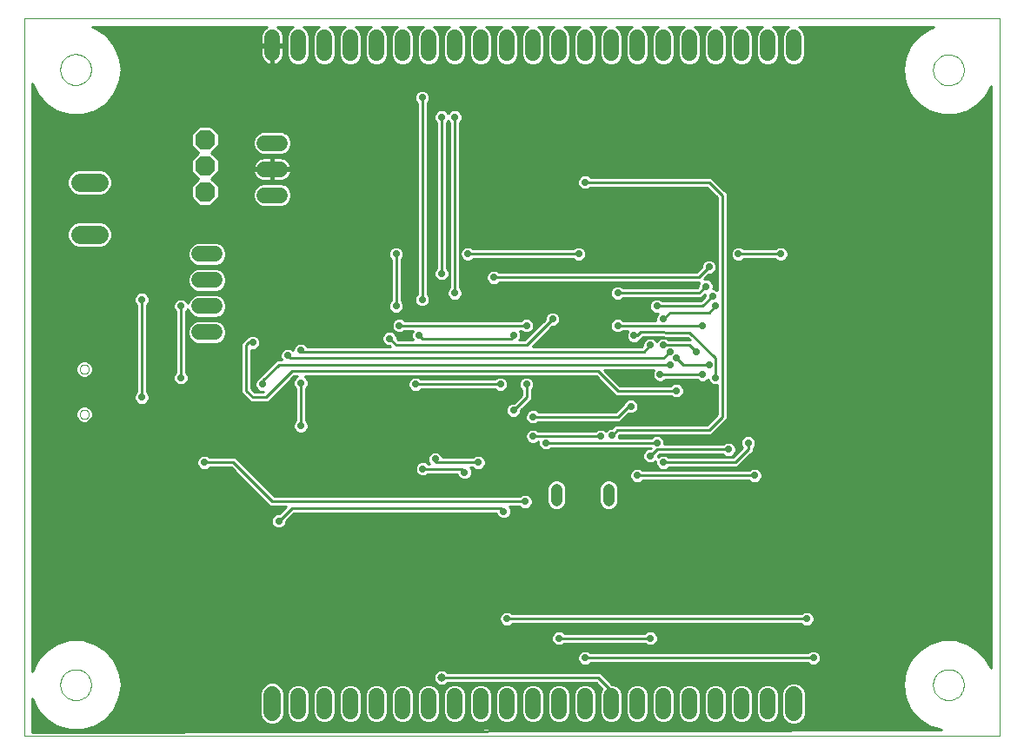
<source format=gbl>
G75*
G70*
%OFA0B0*%
%FSLAX24Y24*%
%IPPOS*%
%LPD*%
%AMOC8*
5,1,8,0,0,1.08239X$1,22.5*
%
%ADD10C,0.0000*%
%ADD11C,0.0440*%
%ADD12OC8,0.0760*%
%ADD13C,0.0594*%
%ADD14C,0.0660*%
%ADD15C,0.0705*%
%ADD16C,0.0100*%
%ADD17C,0.0277*%
%ADD18C,0.0317*%
D10*
X000151Y000151D02*
X037553Y000151D01*
X037553Y027710D01*
X000151Y027710D01*
X000151Y000151D01*
X001529Y002120D02*
X001531Y002168D01*
X001537Y002216D01*
X001547Y002263D01*
X001560Y002309D01*
X001578Y002354D01*
X001598Y002398D01*
X001623Y002440D01*
X001651Y002479D01*
X001681Y002516D01*
X001715Y002550D01*
X001752Y002582D01*
X001790Y002611D01*
X001831Y002636D01*
X001874Y002658D01*
X001919Y002676D01*
X001965Y002690D01*
X002012Y002701D01*
X002060Y002708D01*
X002108Y002711D01*
X002156Y002710D01*
X002204Y002705D01*
X002252Y002696D01*
X002298Y002684D01*
X002343Y002667D01*
X002387Y002647D01*
X002429Y002624D01*
X002469Y002597D01*
X002507Y002567D01*
X002542Y002534D01*
X002574Y002498D01*
X002604Y002460D01*
X002630Y002419D01*
X002652Y002376D01*
X002672Y002332D01*
X002687Y002287D01*
X002699Y002240D01*
X002707Y002192D01*
X002711Y002144D01*
X002711Y002096D01*
X002707Y002048D01*
X002699Y002000D01*
X002687Y001953D01*
X002672Y001908D01*
X002652Y001864D01*
X002630Y001821D01*
X002604Y001780D01*
X002574Y001742D01*
X002542Y001706D01*
X002507Y001673D01*
X002469Y001643D01*
X002429Y001616D01*
X002387Y001593D01*
X002343Y001573D01*
X002298Y001556D01*
X002252Y001544D01*
X002204Y001535D01*
X002156Y001530D01*
X002108Y001529D01*
X002060Y001532D01*
X002012Y001539D01*
X001965Y001550D01*
X001919Y001564D01*
X001874Y001582D01*
X001831Y001604D01*
X001790Y001629D01*
X001752Y001658D01*
X001715Y001690D01*
X001681Y001724D01*
X001651Y001761D01*
X001623Y001800D01*
X001598Y001842D01*
X001578Y001886D01*
X001560Y001931D01*
X001547Y001977D01*
X001537Y002024D01*
X001531Y002072D01*
X001529Y002120D01*
X002269Y012498D02*
X002271Y012524D01*
X002277Y012550D01*
X002287Y012575D01*
X002300Y012598D01*
X002316Y012618D01*
X002336Y012636D01*
X002358Y012651D01*
X002381Y012663D01*
X002407Y012671D01*
X002433Y012675D01*
X002459Y012675D01*
X002485Y012671D01*
X002511Y012663D01*
X002535Y012651D01*
X002556Y012636D01*
X002576Y012618D01*
X002592Y012598D01*
X002605Y012575D01*
X002615Y012550D01*
X002621Y012524D01*
X002623Y012498D01*
X002621Y012472D01*
X002615Y012446D01*
X002605Y012421D01*
X002592Y012398D01*
X002576Y012378D01*
X002556Y012360D01*
X002534Y012345D01*
X002511Y012333D01*
X002485Y012325D01*
X002459Y012321D01*
X002433Y012321D01*
X002407Y012325D01*
X002381Y012333D01*
X002357Y012345D01*
X002336Y012360D01*
X002316Y012378D01*
X002300Y012398D01*
X002287Y012421D01*
X002277Y012446D01*
X002271Y012472D01*
X002269Y012498D01*
X002269Y014230D02*
X002271Y014256D01*
X002277Y014282D01*
X002287Y014307D01*
X002300Y014330D01*
X002316Y014350D01*
X002336Y014368D01*
X002358Y014383D01*
X002381Y014395D01*
X002407Y014403D01*
X002433Y014407D01*
X002459Y014407D01*
X002485Y014403D01*
X002511Y014395D01*
X002535Y014383D01*
X002556Y014368D01*
X002576Y014350D01*
X002592Y014330D01*
X002605Y014307D01*
X002615Y014282D01*
X002621Y014256D01*
X002623Y014230D01*
X002621Y014204D01*
X002615Y014178D01*
X002605Y014153D01*
X002592Y014130D01*
X002576Y014110D01*
X002556Y014092D01*
X002534Y014077D01*
X002511Y014065D01*
X002485Y014057D01*
X002459Y014053D01*
X002433Y014053D01*
X002407Y014057D01*
X002381Y014065D01*
X002357Y014077D01*
X002336Y014092D01*
X002316Y014110D01*
X002300Y014130D01*
X002287Y014153D01*
X002277Y014178D01*
X002271Y014204D01*
X002269Y014230D01*
X001529Y025726D02*
X001531Y025774D01*
X001537Y025822D01*
X001547Y025869D01*
X001560Y025915D01*
X001578Y025960D01*
X001598Y026004D01*
X001623Y026046D01*
X001651Y026085D01*
X001681Y026122D01*
X001715Y026156D01*
X001752Y026188D01*
X001790Y026217D01*
X001831Y026242D01*
X001874Y026264D01*
X001919Y026282D01*
X001965Y026296D01*
X002012Y026307D01*
X002060Y026314D01*
X002108Y026317D01*
X002156Y026316D01*
X002204Y026311D01*
X002252Y026302D01*
X002298Y026290D01*
X002343Y026273D01*
X002387Y026253D01*
X002429Y026230D01*
X002469Y026203D01*
X002507Y026173D01*
X002542Y026140D01*
X002574Y026104D01*
X002604Y026066D01*
X002630Y026025D01*
X002652Y025982D01*
X002672Y025938D01*
X002687Y025893D01*
X002699Y025846D01*
X002707Y025798D01*
X002711Y025750D01*
X002711Y025702D01*
X002707Y025654D01*
X002699Y025606D01*
X002687Y025559D01*
X002672Y025514D01*
X002652Y025470D01*
X002630Y025427D01*
X002604Y025386D01*
X002574Y025348D01*
X002542Y025312D01*
X002507Y025279D01*
X002469Y025249D01*
X002429Y025222D01*
X002387Y025199D01*
X002343Y025179D01*
X002298Y025162D01*
X002252Y025150D01*
X002204Y025141D01*
X002156Y025136D01*
X002108Y025135D01*
X002060Y025138D01*
X002012Y025145D01*
X001965Y025156D01*
X001919Y025170D01*
X001874Y025188D01*
X001831Y025210D01*
X001790Y025235D01*
X001752Y025264D01*
X001715Y025296D01*
X001681Y025330D01*
X001651Y025367D01*
X001623Y025406D01*
X001598Y025448D01*
X001578Y025492D01*
X001560Y025537D01*
X001547Y025583D01*
X001537Y025630D01*
X001531Y025678D01*
X001529Y025726D01*
X034993Y025714D02*
X034995Y025762D01*
X035001Y025810D01*
X035011Y025857D01*
X035024Y025903D01*
X035042Y025948D01*
X035062Y025992D01*
X035087Y026034D01*
X035115Y026073D01*
X035145Y026110D01*
X035179Y026144D01*
X035216Y026176D01*
X035254Y026205D01*
X035295Y026230D01*
X035338Y026252D01*
X035383Y026270D01*
X035429Y026284D01*
X035476Y026295D01*
X035524Y026302D01*
X035572Y026305D01*
X035620Y026304D01*
X035668Y026299D01*
X035716Y026290D01*
X035762Y026278D01*
X035807Y026261D01*
X035851Y026241D01*
X035893Y026218D01*
X035933Y026191D01*
X035971Y026161D01*
X036006Y026128D01*
X036038Y026092D01*
X036068Y026054D01*
X036094Y026013D01*
X036116Y025970D01*
X036136Y025926D01*
X036151Y025881D01*
X036163Y025834D01*
X036171Y025786D01*
X036175Y025738D01*
X036175Y025690D01*
X036171Y025642D01*
X036163Y025594D01*
X036151Y025547D01*
X036136Y025502D01*
X036116Y025458D01*
X036094Y025415D01*
X036068Y025374D01*
X036038Y025336D01*
X036006Y025300D01*
X035971Y025267D01*
X035933Y025237D01*
X035893Y025210D01*
X035851Y025187D01*
X035807Y025167D01*
X035762Y025150D01*
X035716Y025138D01*
X035668Y025129D01*
X035620Y025124D01*
X035572Y025123D01*
X035524Y025126D01*
X035476Y025133D01*
X035429Y025144D01*
X035383Y025158D01*
X035338Y025176D01*
X035295Y025198D01*
X035254Y025223D01*
X035216Y025252D01*
X035179Y025284D01*
X035145Y025318D01*
X035115Y025355D01*
X035087Y025394D01*
X035062Y025436D01*
X035042Y025480D01*
X035024Y025525D01*
X035011Y025571D01*
X035001Y025618D01*
X034995Y025666D01*
X034993Y025714D01*
X034993Y002120D02*
X034995Y002168D01*
X035001Y002216D01*
X035011Y002263D01*
X035024Y002309D01*
X035042Y002354D01*
X035062Y002398D01*
X035087Y002440D01*
X035115Y002479D01*
X035145Y002516D01*
X035179Y002550D01*
X035216Y002582D01*
X035254Y002611D01*
X035295Y002636D01*
X035338Y002658D01*
X035383Y002676D01*
X035429Y002690D01*
X035476Y002701D01*
X035524Y002708D01*
X035572Y002711D01*
X035620Y002710D01*
X035668Y002705D01*
X035716Y002696D01*
X035762Y002684D01*
X035807Y002667D01*
X035851Y002647D01*
X035893Y002624D01*
X035933Y002597D01*
X035971Y002567D01*
X036006Y002534D01*
X036038Y002498D01*
X036068Y002460D01*
X036094Y002419D01*
X036116Y002376D01*
X036136Y002332D01*
X036151Y002287D01*
X036163Y002240D01*
X036171Y002192D01*
X036175Y002144D01*
X036175Y002096D01*
X036171Y002048D01*
X036163Y002000D01*
X036151Y001953D01*
X036136Y001908D01*
X036116Y001864D01*
X036094Y001821D01*
X036068Y001780D01*
X036038Y001742D01*
X036006Y001706D01*
X035971Y001673D01*
X035933Y001643D01*
X035893Y001616D01*
X035851Y001593D01*
X035807Y001573D01*
X035762Y001556D01*
X035716Y001544D01*
X035668Y001535D01*
X035620Y001530D01*
X035572Y001529D01*
X035524Y001532D01*
X035476Y001539D01*
X035429Y001550D01*
X035383Y001564D01*
X035338Y001582D01*
X035295Y001604D01*
X035254Y001629D01*
X035216Y001658D01*
X035179Y001690D01*
X035145Y001724D01*
X035115Y001761D01*
X035087Y001800D01*
X035062Y001842D01*
X035042Y001886D01*
X035024Y001931D01*
X035011Y001977D01*
X035001Y002024D01*
X034995Y002072D01*
X034993Y002120D01*
D11*
X022553Y009191D02*
X022553Y009631D01*
X020553Y009631D02*
X020553Y009191D01*
D12*
X007079Y021036D03*
X007079Y022036D03*
X007079Y023036D03*
D13*
X009354Y022901D02*
X009948Y022901D01*
X009948Y021901D02*
X009354Y021901D01*
X009354Y020901D02*
X009948Y020901D01*
X007448Y018651D02*
X006854Y018651D01*
X006854Y017651D02*
X007448Y017651D01*
X007448Y016651D02*
X006854Y016651D01*
X006854Y015651D02*
X007448Y015651D01*
X009651Y026355D02*
X009651Y026949D01*
X010651Y026949D02*
X010651Y026355D01*
X011651Y026355D02*
X011651Y026949D01*
X012651Y026949D02*
X012651Y026355D01*
X013651Y026355D02*
X013651Y026949D01*
X014651Y026949D02*
X014651Y026355D01*
X015651Y026355D02*
X015651Y026949D01*
X016651Y026949D02*
X016651Y026355D01*
X017651Y026355D02*
X017651Y026949D01*
X018651Y026949D02*
X018651Y026355D01*
X019651Y026354D02*
X019651Y026948D01*
X020651Y026948D02*
X020651Y026354D01*
X021651Y026354D02*
X021651Y026948D01*
X022651Y026948D02*
X022651Y026354D01*
X023651Y026354D02*
X023651Y026948D01*
X024651Y026948D02*
X024651Y026354D01*
X025651Y026354D02*
X025651Y026948D01*
X026651Y026948D02*
X026651Y026354D01*
X027651Y026354D02*
X027651Y026948D01*
X028651Y026948D02*
X028651Y026354D01*
X029651Y026354D02*
X029651Y026948D01*
X028651Y001698D02*
X028651Y001104D01*
X027651Y001104D02*
X027651Y001698D01*
X026651Y001698D02*
X026651Y001104D01*
X025651Y001104D02*
X025651Y001698D01*
X024651Y001698D02*
X024651Y001104D01*
X023651Y001104D02*
X023651Y001698D01*
X022651Y001698D02*
X022651Y001104D01*
X021651Y001104D02*
X021651Y001698D01*
X020651Y001698D02*
X020651Y001104D01*
X019651Y001104D02*
X019651Y001698D01*
X018651Y001698D02*
X018651Y001104D01*
X017651Y001104D02*
X017651Y001698D01*
X016651Y001698D02*
X016651Y001104D01*
X015651Y001104D02*
X015651Y001698D01*
X014651Y001698D02*
X014651Y001104D01*
X013651Y001104D02*
X013651Y001698D01*
X012651Y001698D02*
X012651Y001104D01*
X011651Y001104D02*
X011651Y001698D01*
X010651Y001698D02*
X010651Y001104D01*
D14*
X009651Y001072D02*
X009651Y001732D01*
X029651Y001731D02*
X029651Y001071D01*
D15*
X003004Y019401D02*
X002299Y019401D01*
X002299Y021401D02*
X003004Y021401D01*
D16*
X003356Y021042D02*
X006549Y021042D01*
X006549Y020944D02*
X003213Y020944D01*
X003288Y020975D02*
X003430Y021116D01*
X003506Y021301D01*
X003506Y021501D01*
X003430Y021686D01*
X003288Y021827D01*
X003104Y021904D01*
X002199Y021904D01*
X002014Y021827D01*
X001873Y021686D01*
X001796Y021501D01*
X001796Y021301D01*
X001873Y021116D01*
X002014Y020975D01*
X002199Y020899D01*
X003104Y020899D01*
X003288Y020975D01*
X003440Y021141D02*
X006549Y021141D01*
X006549Y021239D02*
X003481Y021239D01*
X003506Y021338D02*
X006631Y021338D01*
X006549Y021256D02*
X006549Y020817D01*
X006859Y020506D01*
X007298Y020506D01*
X007609Y020817D01*
X007609Y021256D01*
X007328Y021536D01*
X007609Y021817D01*
X007609Y022256D01*
X007328Y022536D01*
X007609Y022817D01*
X007609Y023256D01*
X007298Y023566D01*
X006859Y023566D01*
X006549Y023256D01*
X006549Y022817D01*
X006829Y022536D01*
X006549Y022256D01*
X006549Y021817D01*
X006829Y021536D01*
X006549Y021256D01*
X006730Y021437D02*
X003506Y021437D01*
X003492Y021535D02*
X006828Y021535D01*
X006732Y021634D02*
X003451Y021634D01*
X003383Y021732D02*
X006633Y021732D01*
X006549Y021831D02*
X003280Y021831D01*
X002023Y021831D02*
X000451Y021831D01*
X000451Y021929D02*
X006549Y021929D01*
X006549Y022028D02*
X000451Y022028D01*
X000451Y022126D02*
X006549Y022126D01*
X006549Y022225D02*
X000451Y022225D01*
X000451Y022323D02*
X006616Y022323D01*
X006715Y022422D02*
X000451Y022422D01*
X000451Y022521D02*
X006814Y022521D01*
X006746Y022619D02*
X000451Y022619D01*
X000451Y022718D02*
X006648Y022718D01*
X006549Y022816D02*
X000451Y022816D01*
X000451Y022915D02*
X006549Y022915D01*
X006549Y023013D02*
X000451Y023013D01*
X000451Y023112D02*
X006549Y023112D01*
X006549Y023210D02*
X000451Y023210D01*
X000451Y023309D02*
X006602Y023309D01*
X006700Y023407D02*
X000451Y023407D01*
X000451Y023506D02*
X006799Y023506D01*
X007358Y023506D02*
X015201Y023506D01*
X015201Y023604D02*
X000451Y023604D01*
X000451Y023703D02*
X015201Y023703D01*
X015201Y023802D02*
X000451Y023802D01*
X000451Y023900D02*
X015201Y023900D01*
X015201Y023999D02*
X002385Y023999D01*
X002369Y023994D02*
X002847Y024134D01*
X003266Y024403D01*
X003266Y024403D01*
X003266Y024403D01*
X003592Y024780D01*
X003799Y025233D01*
X003870Y025726D01*
X003799Y026219D01*
X003592Y026672D01*
X003266Y027049D01*
X002847Y027318D01*
X002847Y027318D01*
X002733Y027351D01*
X009457Y027351D01*
X009417Y027331D01*
X009360Y027289D01*
X009310Y027240D01*
X009269Y027183D01*
X009237Y027120D01*
X009215Y027053D01*
X009204Y026984D01*
X009204Y026700D01*
X009602Y026700D01*
X009602Y026603D01*
X009204Y026603D01*
X009204Y026320D01*
X009215Y026250D01*
X009237Y026183D01*
X009269Y026121D01*
X009310Y026064D01*
X009360Y026014D01*
X009417Y025973D01*
X009479Y025941D01*
X009546Y025919D01*
X009602Y025910D01*
X009602Y026603D01*
X009699Y026603D01*
X009699Y025910D01*
X009756Y025919D01*
X009822Y025941D01*
X009885Y025973D01*
X009942Y026014D01*
X009992Y026064D01*
X010033Y026121D01*
X010065Y026183D01*
X010087Y026250D01*
X010098Y026320D01*
X010098Y026603D01*
X009700Y026603D01*
X009700Y026700D01*
X010098Y026700D01*
X010098Y026984D01*
X010087Y027053D01*
X010065Y027120D01*
X010033Y027183D01*
X009992Y027240D01*
X009942Y027289D01*
X009885Y027331D01*
X009845Y027351D01*
X010455Y027351D01*
X010398Y027327D01*
X010272Y027202D01*
X010204Y027037D01*
X010204Y026266D01*
X010272Y026102D01*
X010398Y025976D01*
X010562Y025908D01*
X010740Y025908D01*
X010904Y025976D01*
X011030Y026102D01*
X011098Y026266D01*
X011098Y027037D01*
X011030Y027202D01*
X010904Y027327D01*
X010847Y027351D01*
X011455Y027351D01*
X011398Y027327D01*
X011272Y027202D01*
X011204Y027037D01*
X011204Y026266D01*
X011272Y026102D01*
X011398Y025976D01*
X011562Y025908D01*
X011740Y025908D01*
X011904Y025976D01*
X012030Y026102D01*
X012098Y026266D01*
X012098Y027037D01*
X012030Y027202D01*
X011904Y027327D01*
X011847Y027351D01*
X012455Y027351D01*
X012398Y027327D01*
X012272Y027202D01*
X012204Y027037D01*
X012204Y026266D01*
X012272Y026102D01*
X012398Y025976D01*
X012562Y025908D01*
X012740Y025908D01*
X012904Y025976D01*
X013030Y026102D01*
X013098Y026266D01*
X013098Y027037D01*
X013030Y027202D01*
X012904Y027327D01*
X012847Y027351D01*
X013455Y027351D01*
X013398Y027327D01*
X013272Y027202D01*
X013204Y027037D01*
X013204Y026266D01*
X013272Y026102D01*
X013398Y025976D01*
X013562Y025908D01*
X013740Y025908D01*
X013904Y025976D01*
X014030Y026102D01*
X014098Y026266D01*
X014098Y027037D01*
X014030Y027202D01*
X013904Y027327D01*
X013847Y027351D01*
X014455Y027351D01*
X014398Y027327D01*
X014272Y027202D01*
X014204Y027037D01*
X014204Y026266D01*
X014272Y026102D01*
X014398Y025976D01*
X014562Y025908D01*
X014740Y025908D01*
X014904Y025976D01*
X015030Y026102D01*
X015098Y026266D01*
X015098Y027037D01*
X015030Y027202D01*
X014904Y027327D01*
X014847Y027351D01*
X015455Y027351D01*
X015398Y027327D01*
X015272Y027202D01*
X015204Y027037D01*
X015204Y026266D01*
X015272Y026102D01*
X015398Y025976D01*
X015562Y025908D01*
X015740Y025908D01*
X015904Y025976D01*
X016030Y026102D01*
X016098Y026266D01*
X016098Y027037D01*
X016030Y027202D01*
X015904Y027327D01*
X015847Y027351D01*
X016455Y027351D01*
X016398Y027327D01*
X016272Y027202D01*
X016204Y027037D01*
X016204Y026266D01*
X016272Y026102D01*
X016398Y025976D01*
X016562Y025908D01*
X016740Y025908D01*
X016904Y025976D01*
X017030Y026102D01*
X017098Y026266D01*
X017098Y027037D01*
X017030Y027202D01*
X016904Y027327D01*
X016847Y027351D01*
X017455Y027351D01*
X017398Y027327D01*
X017272Y027202D01*
X017204Y027037D01*
X017204Y026266D01*
X017272Y026102D01*
X017398Y025976D01*
X017562Y025908D01*
X017740Y025908D01*
X017904Y025976D01*
X018030Y026102D01*
X018098Y026266D01*
X018098Y027037D01*
X018030Y027202D01*
X017904Y027327D01*
X017847Y027351D01*
X018455Y027351D01*
X018398Y027327D01*
X018272Y027202D01*
X018204Y027037D01*
X018204Y026266D01*
X018272Y026102D01*
X018398Y025976D01*
X018562Y025908D01*
X018740Y025908D01*
X018904Y025976D01*
X019030Y026102D01*
X019098Y026266D01*
X019098Y027037D01*
X019030Y027202D01*
X018904Y027327D01*
X018847Y027351D01*
X019457Y027351D01*
X019398Y027327D01*
X019272Y027201D01*
X019204Y027037D01*
X019204Y026265D01*
X019097Y026265D01*
X019098Y026364D02*
X019204Y026364D01*
X019204Y026462D02*
X019098Y026462D01*
X019098Y026561D02*
X019204Y026561D01*
X019204Y026659D02*
X019098Y026659D01*
X019098Y026758D02*
X019204Y026758D01*
X019204Y026856D02*
X019098Y026856D01*
X019098Y026955D02*
X019204Y026955D01*
X019211Y027054D02*
X019091Y027054D01*
X019050Y027152D02*
X019252Y027152D01*
X019322Y027251D02*
X018981Y027251D01*
X018851Y027349D02*
X019452Y027349D01*
X019845Y027351D02*
X020457Y027351D01*
X020398Y027327D01*
X020272Y027201D01*
X020204Y027037D01*
X020204Y026265D01*
X020098Y026265D01*
X020098Y027037D01*
X020030Y027201D01*
X019904Y027327D01*
X019845Y027351D01*
X019850Y027349D02*
X020452Y027349D01*
X020322Y027251D02*
X019981Y027251D01*
X020050Y027152D02*
X020252Y027152D01*
X020211Y027054D02*
X020091Y027054D01*
X020098Y026955D02*
X020204Y026955D01*
X020204Y026856D02*
X020098Y026856D01*
X020098Y026758D02*
X020204Y026758D01*
X020204Y026659D02*
X020098Y026659D01*
X020098Y026561D02*
X020204Y026561D01*
X020204Y026462D02*
X020098Y026462D01*
X020098Y026364D02*
X020204Y026364D01*
X020204Y026265D02*
X020272Y026101D01*
X020398Y025976D01*
X020562Y025907D01*
X020740Y025907D01*
X020904Y025976D01*
X021030Y026101D01*
X021098Y026265D01*
X021204Y026265D01*
X021272Y026101D01*
X021398Y025976D01*
X021562Y025907D01*
X021740Y025907D01*
X021904Y025976D01*
X022030Y026101D01*
X022098Y026265D01*
X022204Y026265D01*
X022272Y026101D01*
X022398Y025976D01*
X022562Y025907D01*
X022740Y025907D01*
X022904Y025976D01*
X023030Y026101D01*
X023098Y026265D01*
X023204Y026265D01*
X023272Y026101D01*
X023398Y025976D01*
X023562Y025907D01*
X023740Y025907D01*
X023904Y025976D01*
X024030Y026101D01*
X024098Y026265D01*
X024204Y026265D01*
X024272Y026101D01*
X024398Y025976D01*
X024562Y025907D01*
X024740Y025907D01*
X024904Y025976D01*
X025030Y026101D01*
X025098Y026265D01*
X025204Y026265D01*
X025272Y026101D01*
X025398Y025976D01*
X025562Y025907D01*
X025740Y025907D01*
X025904Y025976D01*
X026030Y026101D01*
X026098Y026265D01*
X026204Y026265D01*
X026272Y026101D01*
X026398Y025976D01*
X026562Y025907D01*
X026740Y025907D01*
X026904Y025976D01*
X027030Y026101D01*
X027098Y026265D01*
X027204Y026265D01*
X027272Y026101D01*
X027398Y025976D01*
X027562Y025907D01*
X027740Y025907D01*
X027904Y025976D01*
X028030Y026101D01*
X028098Y026265D01*
X028204Y026265D01*
X028272Y026101D01*
X028398Y025976D01*
X028562Y025907D01*
X028740Y025907D01*
X028904Y025976D01*
X029030Y026101D01*
X029098Y026265D01*
X029204Y026265D01*
X029272Y026101D01*
X029398Y025976D01*
X029562Y025907D01*
X029740Y025907D01*
X029904Y025976D01*
X030030Y026101D01*
X030098Y026265D01*
X033932Y026265D01*
X033905Y026207D02*
X034112Y026660D01*
X034112Y026660D01*
X034438Y027037D01*
X034438Y027037D01*
X034438Y027037D01*
X034857Y027306D01*
X034857Y027306D01*
X035011Y027351D01*
X029845Y027351D01*
X029904Y027327D01*
X030030Y027201D01*
X030098Y027037D01*
X030098Y026265D01*
X030098Y026364D02*
X033977Y026364D01*
X034022Y026462D02*
X030098Y026462D01*
X030098Y026561D02*
X034067Y026561D01*
X034112Y026659D02*
X030098Y026659D01*
X030098Y026758D02*
X034197Y026758D01*
X034282Y026856D02*
X030098Y026856D01*
X030098Y026955D02*
X034367Y026955D01*
X034464Y027054D02*
X030091Y027054D01*
X030050Y027152D02*
X034618Y027152D01*
X034771Y027251D02*
X029981Y027251D01*
X029850Y027349D02*
X035004Y027349D01*
X033905Y026207D02*
X033905Y026207D01*
X033834Y025714D01*
X033905Y025221D01*
X034112Y024768D01*
X034438Y024392D01*
X034438Y024392D01*
X034857Y024122D01*
X035335Y023982D01*
X035335Y023982D01*
X035833Y023982D01*
X035833Y023982D01*
X036311Y024122D01*
X036311Y024122D01*
X036730Y024392D01*
X037056Y024768D01*
X037201Y025085D01*
X037201Y002749D01*
X037056Y003066D01*
X036730Y003442D01*
X036311Y003711D01*
X035833Y003852D01*
X035335Y003852D01*
X034857Y003711D01*
X034438Y003442D01*
X034112Y003066D01*
X034112Y003066D01*
X033905Y002613D01*
X033905Y002613D01*
X033834Y002120D01*
X033905Y001627D01*
X034112Y001174D01*
X034438Y000797D01*
X034857Y000528D01*
X034857Y000528D01*
X035306Y000396D01*
X000451Y000301D01*
X000451Y001603D01*
X000647Y001174D01*
X000974Y000797D01*
X001393Y000528D01*
X001871Y000387D01*
X002369Y000387D01*
X002847Y000528D01*
X003266Y000797D01*
X003592Y001174D01*
X003799Y001627D01*
X003870Y002120D01*
X003799Y002613D01*
X003592Y003066D01*
X003592Y003066D01*
X003266Y003442D01*
X002847Y003711D01*
X002369Y003852D01*
X001871Y003852D01*
X001871Y003852D01*
X001393Y003711D01*
X001393Y003711D01*
X000974Y003442D01*
X000647Y003066D01*
X000451Y002636D01*
X000451Y025210D01*
X000647Y024780D01*
X000974Y024403D01*
X001393Y024134D01*
X001871Y023994D01*
X002369Y023994D01*
X002369Y023994D01*
X002721Y024097D02*
X015201Y024097D01*
X015201Y024196D02*
X002942Y024196D01*
X002847Y024134D02*
X002847Y024134D01*
X003096Y024294D02*
X015201Y024294D01*
X015201Y024393D02*
X003249Y024393D01*
X003342Y024491D02*
X015155Y024491D01*
X015156Y024488D02*
X015201Y024443D01*
X015201Y017110D01*
X015156Y017065D01*
X015112Y016959D01*
X015112Y016844D01*
X015156Y016738D01*
X015238Y016656D01*
X015344Y016612D01*
X015459Y016612D01*
X015565Y016656D01*
X015646Y016738D01*
X015690Y016844D01*
X015690Y016959D01*
X015646Y017065D01*
X015601Y017110D01*
X015601Y024443D01*
X015646Y024488D01*
X015690Y024594D01*
X015690Y024709D01*
X015646Y024815D01*
X015565Y024896D01*
X015459Y024940D01*
X015344Y024940D01*
X015238Y024896D01*
X015156Y024815D01*
X015112Y024709D01*
X015112Y024594D01*
X015156Y024488D01*
X015114Y024590D02*
X003427Y024590D01*
X003513Y024688D02*
X015112Y024688D01*
X015145Y024787D02*
X003595Y024787D01*
X003592Y024780D02*
X003592Y024780D01*
X003640Y024886D02*
X015227Y024886D01*
X015401Y024651D02*
X015401Y016901D01*
X015112Y016904D02*
X014601Y016904D01*
X014601Y016860D02*
X014601Y018443D01*
X014646Y018488D01*
X014690Y018594D01*
X014690Y018709D01*
X014646Y018815D01*
X014565Y018896D01*
X014459Y018940D01*
X014344Y018940D01*
X014238Y018896D01*
X014156Y018815D01*
X014112Y018709D01*
X014112Y018594D01*
X014156Y018488D01*
X014201Y018443D01*
X014201Y016860D01*
X014156Y016815D01*
X014112Y016709D01*
X014112Y016594D01*
X014156Y016488D01*
X014238Y016406D01*
X014344Y016362D01*
X014459Y016362D01*
X014565Y016406D01*
X014646Y016488D01*
X014690Y016594D01*
X014690Y016709D01*
X014646Y016815D01*
X014601Y016860D01*
X014650Y016805D02*
X015128Y016805D01*
X015188Y016706D02*
X014690Y016706D01*
X014690Y016608D02*
X024112Y016608D01*
X024112Y016594D02*
X024156Y016488D01*
X024238Y016406D01*
X024344Y016362D01*
X024454Y016362D01*
X024406Y016315D01*
X024362Y016209D01*
X024362Y016101D01*
X023110Y016101D01*
X023065Y016146D01*
X022959Y016190D01*
X022844Y016190D01*
X022738Y016146D01*
X022656Y016065D01*
X022612Y015959D01*
X022612Y015844D01*
X022656Y015738D01*
X022738Y015656D01*
X022844Y015612D01*
X022959Y015612D01*
X023065Y015656D01*
X023110Y015701D01*
X023299Y015701D01*
X023279Y015681D01*
X023235Y015575D01*
X023235Y015460D01*
X023279Y015354D01*
X023360Y015273D01*
X023466Y015229D01*
X023581Y015229D01*
X023687Y015273D01*
X023768Y015354D01*
X023775Y015369D01*
X023840Y015435D01*
X023856Y015451D01*
X025574Y015445D01*
X025668Y015351D01*
X024860Y015351D01*
X024815Y015396D01*
X024709Y015440D01*
X024594Y015440D01*
X024488Y015396D01*
X024406Y015315D01*
X024401Y015302D01*
X024396Y015315D01*
X024315Y015396D01*
X024209Y015440D01*
X024094Y015440D01*
X023988Y015396D01*
X023906Y015315D01*
X023862Y015209D01*
X023862Y015145D01*
X023818Y015101D01*
X019634Y015101D01*
X020395Y015862D01*
X020459Y015862D01*
X020565Y015906D01*
X020646Y015988D01*
X020690Y016094D01*
X020690Y016209D01*
X020646Y016315D01*
X020565Y016396D01*
X020459Y016440D01*
X020344Y016440D01*
X020238Y016396D01*
X020156Y016315D01*
X020112Y016209D01*
X020112Y016145D01*
X019318Y015351D01*
X019132Y015351D01*
X019146Y015365D01*
X019190Y015471D01*
X019190Y015586D01*
X019146Y015692D01*
X019136Y015701D01*
X019193Y015701D01*
X019238Y015656D01*
X019344Y015612D01*
X019459Y015612D01*
X019565Y015656D01*
X019646Y015738D01*
X019690Y015844D01*
X019690Y015959D01*
X019646Y016065D01*
X019565Y016146D01*
X019459Y016190D01*
X019344Y016190D01*
X019238Y016146D01*
X019193Y016101D01*
X014732Y016101D01*
X014687Y016146D01*
X014581Y016190D01*
X014466Y016190D01*
X014360Y016146D01*
X014279Y016065D01*
X014235Y015959D01*
X014235Y015844D01*
X014279Y015738D01*
X014360Y015656D01*
X014466Y015612D01*
X014581Y015612D01*
X014687Y015656D01*
X014732Y015701D01*
X015043Y015701D01*
X015033Y015692D01*
X014989Y015586D01*
X014989Y015471D01*
X015033Y015365D01*
X015047Y015351D01*
X014484Y015351D01*
X014440Y015395D01*
X014440Y015459D01*
X014396Y015565D01*
X014315Y015646D01*
X014209Y015690D01*
X014094Y015690D01*
X013988Y015646D01*
X013906Y015565D01*
X013862Y015459D01*
X013862Y015344D01*
X013906Y015238D01*
X013988Y015156D01*
X014094Y015112D01*
X014157Y015112D01*
X014168Y015101D01*
X011002Y015101D01*
X010996Y015115D01*
X010915Y015196D01*
X010809Y015240D01*
X010694Y015240D01*
X010588Y015196D01*
X010506Y015115D01*
X010462Y015009D01*
X010462Y014948D01*
X010415Y014996D01*
X010309Y015040D01*
X010194Y015040D01*
X010088Y014996D01*
X010006Y014915D01*
X009962Y014809D01*
X009962Y014694D01*
X010001Y014601D01*
X009984Y014601D01*
X009818Y014601D01*
X009079Y013861D01*
X009079Y013860D01*
X009034Y013815D01*
X008990Y013709D01*
X008990Y013594D01*
X009034Y013488D01*
X009115Y013406D01*
X009221Y013362D01*
X009330Y013362D01*
X009318Y013351D01*
X008984Y013351D01*
X008851Y013484D01*
X008851Y014962D01*
X008959Y014962D01*
X009065Y015006D01*
X009146Y015088D01*
X009190Y015194D01*
X009190Y015309D01*
X009146Y015415D01*
X009065Y015496D01*
X008959Y015540D01*
X008844Y015540D01*
X008738Y015496D01*
X008693Y015451D01*
X008668Y015451D01*
X008551Y015334D01*
X008451Y015234D01*
X008451Y015068D01*
X008451Y013318D01*
X008568Y013201D01*
X008818Y012951D01*
X008984Y012951D01*
X009484Y012951D01*
X009601Y013068D01*
X010484Y013951D01*
X010600Y013951D01*
X010588Y013946D01*
X010506Y013865D01*
X010462Y013759D01*
X010462Y013644D01*
X010506Y013538D01*
X010551Y013493D01*
X010551Y012260D01*
X010506Y012215D01*
X010462Y012109D01*
X010462Y011994D01*
X010506Y011888D01*
X010588Y011806D01*
X010694Y011762D01*
X010809Y011762D01*
X010915Y011806D01*
X010996Y011888D01*
X011040Y011994D01*
X011040Y012109D01*
X010996Y012215D01*
X010951Y012260D01*
X010951Y013493D01*
X010996Y013538D01*
X011040Y013644D01*
X011040Y013759D01*
X010996Y013865D01*
X010915Y013946D01*
X010902Y013951D01*
X022068Y013951D01*
X022818Y013201D01*
X022984Y013201D01*
X024943Y013201D01*
X024988Y013156D01*
X025094Y013112D01*
X025209Y013112D01*
X025315Y013156D01*
X025396Y013238D01*
X025440Y013344D01*
X025440Y013459D01*
X025396Y013565D01*
X025315Y013646D01*
X025209Y013690D01*
X025094Y013690D01*
X024988Y013646D01*
X024943Y013601D01*
X022984Y013601D01*
X022384Y014201D01*
X024293Y014201D01*
X024279Y014188D01*
X024235Y014082D01*
X024235Y013967D01*
X024279Y013861D01*
X024361Y013779D01*
X024467Y013735D01*
X024582Y013735D01*
X024688Y013779D01*
X024733Y013824D01*
X025943Y013824D01*
X025988Y013779D01*
X026094Y013735D01*
X026209Y013735D01*
X026315Y013779D01*
X026367Y013832D01*
X026406Y013738D01*
X026488Y013656D01*
X026594Y013612D01*
X026701Y013612D01*
X026701Y012484D01*
X026318Y012101D01*
X022947Y012101D01*
X022937Y012110D01*
X022866Y012101D01*
X022795Y012101D01*
X022786Y012091D01*
X022772Y012090D01*
X022728Y012034D01*
X022678Y011984D01*
X022678Y011977D01*
X022612Y011977D01*
X022506Y011933D01*
X022442Y011869D01*
X022415Y011896D01*
X022309Y011940D01*
X022194Y011940D01*
X022088Y011896D01*
X022043Y011851D01*
X019860Y011851D01*
X019815Y011896D01*
X019709Y011940D01*
X019594Y011940D01*
X019488Y011896D01*
X019406Y011815D01*
X019362Y011709D01*
X019362Y011594D01*
X019406Y011488D01*
X019488Y011406D01*
X019594Y011362D01*
X019709Y011362D01*
X019815Y011406D01*
X019860Y011451D01*
X019862Y011451D01*
X019862Y011344D01*
X019906Y011238D01*
X019988Y011156D01*
X020094Y011112D01*
X020209Y011112D01*
X020315Y011156D01*
X020360Y011201D01*
X024168Y011201D01*
X024157Y011190D01*
X024094Y011190D01*
X023988Y011146D01*
X023906Y011065D01*
X023862Y010959D01*
X023862Y010844D01*
X023906Y010738D01*
X023988Y010656D01*
X024094Y010612D01*
X024209Y010612D01*
X024315Y010656D01*
X024362Y010704D01*
X024362Y010594D01*
X024406Y010488D01*
X024488Y010406D01*
X024594Y010362D01*
X024709Y010362D01*
X024815Y010406D01*
X024860Y010451D01*
X027318Y010451D01*
X027484Y010451D01*
X027984Y010951D01*
X028101Y011068D01*
X028101Y011193D01*
X028146Y011238D01*
X028190Y011344D01*
X028190Y011459D01*
X028146Y011565D01*
X028065Y011646D01*
X027959Y011690D01*
X027844Y011690D01*
X027738Y011646D01*
X027656Y011565D01*
X027612Y011459D01*
X027612Y011344D01*
X027656Y011238D01*
X027681Y011213D01*
X027318Y010851D01*
X024860Y010851D01*
X024815Y010896D01*
X024709Y010940D01*
X024594Y010940D01*
X024488Y010896D01*
X024440Y010848D01*
X024440Y010907D01*
X024484Y010951D01*
X026943Y010951D01*
X026988Y010906D01*
X027094Y010862D01*
X027209Y010862D01*
X027315Y010906D01*
X027396Y010988D01*
X027440Y011094D01*
X027440Y011209D01*
X027396Y011315D01*
X027315Y011396D01*
X027209Y011440D01*
X027094Y011440D01*
X026988Y011396D01*
X026943Y011351D01*
X024690Y011351D01*
X024690Y011459D01*
X024646Y011565D01*
X024565Y011646D01*
X024459Y011690D01*
X024344Y011690D01*
X024238Y011646D01*
X024193Y011601D01*
X022946Y011601D01*
X022958Y011631D01*
X022958Y011679D01*
X022975Y011701D01*
X026484Y011701D01*
X026601Y011818D01*
X027101Y012318D01*
X027101Y012484D01*
X027101Y020984D01*
X026984Y021101D01*
X026484Y021601D01*
X026318Y021601D01*
X021860Y021601D01*
X021815Y021646D01*
X021709Y021690D01*
X021594Y021690D01*
X021488Y021646D01*
X021406Y021565D01*
X021362Y021459D01*
X021362Y021344D01*
X021406Y021238D01*
X021488Y021156D01*
X021594Y021112D01*
X021709Y021112D01*
X021815Y021156D01*
X021860Y021201D01*
X026318Y021201D01*
X026701Y020818D01*
X026701Y017274D01*
X026697Y017278D01*
X026591Y017322D01*
X026559Y017322D01*
X026567Y017344D01*
X026567Y017459D01*
X026523Y017565D01*
X026442Y017646D01*
X026336Y017690D01*
X026223Y017690D01*
X026395Y017862D01*
X026459Y017862D01*
X026565Y017906D01*
X026646Y017988D01*
X026690Y018094D01*
X026690Y018209D01*
X026646Y018315D01*
X026565Y018396D01*
X026459Y018440D01*
X026344Y018440D01*
X026238Y018396D01*
X026156Y018315D01*
X026112Y018209D01*
X026112Y018145D01*
X025918Y017951D01*
X018360Y017951D01*
X018315Y017996D01*
X018209Y018040D01*
X018094Y018040D01*
X017988Y017996D01*
X017906Y017915D01*
X017862Y017809D01*
X017862Y017694D01*
X017906Y017588D01*
X017988Y017506D01*
X018094Y017462D01*
X018209Y017462D01*
X018315Y017506D01*
X018360Y017551D01*
X025918Y017551D01*
X026028Y017551D01*
X025990Y017459D01*
X025990Y017395D01*
X025946Y017351D01*
X023110Y017351D01*
X023065Y017396D01*
X022959Y017440D01*
X022844Y017440D01*
X022738Y017396D01*
X022656Y017315D01*
X022612Y017209D01*
X022612Y017094D01*
X022656Y016988D01*
X022738Y016906D01*
X022844Y016862D01*
X022959Y016862D01*
X023065Y016906D01*
X023110Y016951D01*
X025946Y016951D01*
X026111Y016951D01*
X026245Y017085D01*
X026245Y017028D01*
X026068Y016851D01*
X024610Y016851D01*
X024565Y016896D01*
X024459Y016940D01*
X024344Y016940D01*
X024238Y016896D01*
X024156Y016815D01*
X024112Y016709D01*
X024112Y016594D01*
X024147Y016509D02*
X014655Y016509D01*
X014569Y016411D02*
X020274Y016411D01*
X020155Y016312D02*
X007741Y016312D01*
X007701Y016272D02*
X007827Y016398D01*
X007895Y016562D01*
X007895Y016740D01*
X007827Y016904D01*
X007701Y017030D01*
X007537Y017098D01*
X006765Y017098D01*
X006601Y017030D01*
X006476Y016904D01*
X006417Y016763D01*
X006396Y016815D01*
X006315Y016896D01*
X006209Y016940D01*
X006094Y016940D01*
X005988Y016896D01*
X005906Y016815D01*
X005862Y016709D01*
X005862Y016594D01*
X005906Y016488D01*
X005951Y016443D01*
X005951Y014110D01*
X005906Y014065D01*
X005862Y013959D01*
X005862Y013844D01*
X005906Y013738D01*
X005988Y013656D01*
X006094Y013612D01*
X006209Y013612D01*
X006315Y013656D01*
X006396Y013738D01*
X006440Y013844D01*
X006440Y013959D01*
X006396Y014065D01*
X006351Y014110D01*
X006351Y016443D01*
X006396Y016488D01*
X006417Y016539D01*
X006476Y016398D01*
X006601Y016272D01*
X006765Y016204D01*
X007537Y016204D01*
X007701Y016272D01*
X007560Y016214D02*
X020115Y016214D01*
X020082Y016115D02*
X019595Y016115D01*
X019666Y016017D02*
X019984Y016017D01*
X019885Y015918D02*
X019690Y015918D01*
X019680Y015820D02*
X019787Y015820D01*
X019688Y015721D02*
X019629Y015721D01*
X019590Y015622D02*
X019483Y015622D01*
X019491Y015524D02*
X019190Y015524D01*
X019175Y015622D02*
X019319Y015622D01*
X019393Y015425D02*
X019171Y015425D01*
X018901Y015472D02*
X018901Y015528D01*
X018901Y015472D02*
X018820Y015391D01*
X015401Y015401D01*
X015278Y015524D01*
X015278Y015528D01*
X014989Y015524D02*
X014413Y015524D01*
X014440Y015425D02*
X015008Y015425D01*
X015005Y015622D02*
X014605Y015622D01*
X014442Y015622D02*
X014338Y015622D01*
X014295Y015721D02*
X007895Y015721D01*
X007895Y015740D02*
X007827Y015904D01*
X007701Y016030D01*
X007537Y016098D01*
X006765Y016098D01*
X006601Y016030D01*
X006476Y015904D01*
X006407Y015740D01*
X006407Y015562D01*
X006476Y015398D01*
X006601Y015272D01*
X006765Y015204D01*
X007537Y015204D01*
X007701Y015272D01*
X007827Y015398D01*
X007895Y015562D01*
X007895Y015740D01*
X007862Y015820D02*
X014245Y015820D01*
X014235Y015918D02*
X007813Y015918D01*
X007714Y016017D02*
X014259Y016017D01*
X014329Y016115D02*
X006351Y016115D01*
X006351Y016017D02*
X006588Y016017D01*
X006489Y015918D02*
X006351Y015918D01*
X006351Y015820D02*
X006440Y015820D01*
X006407Y015721D02*
X006351Y015721D01*
X006351Y015622D02*
X006407Y015622D01*
X006423Y015524D02*
X006351Y015524D01*
X006351Y015425D02*
X006464Y015425D01*
X006547Y015327D02*
X006351Y015327D01*
X006351Y015228D02*
X006708Y015228D01*
X006351Y015130D02*
X008451Y015130D01*
X008451Y015228D02*
X007595Y015228D01*
X007756Y015327D02*
X008544Y015327D01*
X008643Y015425D02*
X007838Y015425D01*
X007879Y015524D02*
X008805Y015524D01*
X008997Y015524D02*
X013889Y015524D01*
X013862Y015425D02*
X009135Y015425D01*
X009182Y015327D02*
X013869Y015327D01*
X013916Y015228D02*
X010837Y015228D01*
X010666Y015228D02*
X009190Y015228D01*
X009163Y015130D02*
X010521Y015130D01*
X010472Y015031D02*
X010330Y015031D01*
X010173Y015031D02*
X009090Y015031D01*
X008851Y014933D02*
X010024Y014933D01*
X009973Y014834D02*
X008851Y014834D01*
X008851Y014736D02*
X009962Y014736D01*
X009986Y014637D02*
X008851Y014637D01*
X008851Y014539D02*
X009756Y014539D01*
X009657Y014440D02*
X008851Y014440D01*
X008851Y014341D02*
X009559Y014341D01*
X009460Y014243D02*
X008851Y014243D01*
X008851Y014144D02*
X009361Y014144D01*
X009263Y014046D02*
X008851Y014046D01*
X008851Y013947D02*
X009164Y013947D01*
X009068Y013849D02*
X008851Y013849D01*
X008851Y013750D02*
X009007Y013750D01*
X008990Y013652D02*
X008851Y013652D01*
X008851Y013553D02*
X009007Y013553D01*
X009067Y013455D02*
X008881Y013455D01*
X008979Y013356D02*
X009323Y013356D01*
X009401Y013151D02*
X008901Y013151D01*
X008651Y013401D01*
X008651Y015151D01*
X008751Y015251D01*
X008901Y015251D01*
X008451Y015031D02*
X006351Y015031D01*
X006351Y014933D02*
X008451Y014933D01*
X008451Y014834D02*
X006351Y014834D01*
X006351Y014736D02*
X008451Y014736D01*
X008451Y014637D02*
X006351Y014637D01*
X006351Y014539D02*
X008451Y014539D01*
X008451Y014440D02*
X006351Y014440D01*
X006351Y014341D02*
X008451Y014341D01*
X008451Y014243D02*
X006351Y014243D01*
X006351Y014144D02*
X008451Y014144D01*
X008451Y014046D02*
X006404Y014046D01*
X006440Y013947D02*
X008451Y013947D01*
X008451Y013849D02*
X006440Y013849D01*
X006401Y013750D02*
X008451Y013750D01*
X008451Y013652D02*
X006303Y013652D01*
X006151Y013901D02*
X006151Y016651D01*
X005897Y016509D02*
X004851Y016509D01*
X004851Y016411D02*
X005951Y016411D01*
X005951Y016312D02*
X004851Y016312D01*
X004851Y016214D02*
X005951Y016214D01*
X005951Y016115D02*
X004851Y016115D01*
X004851Y016017D02*
X005951Y016017D01*
X005951Y015918D02*
X004851Y015918D01*
X004851Y015820D02*
X005951Y015820D01*
X005951Y015721D02*
X004851Y015721D01*
X004851Y015622D02*
X005951Y015622D01*
X005951Y015524D02*
X004851Y015524D01*
X004851Y015425D02*
X005951Y015425D01*
X005951Y015327D02*
X004851Y015327D01*
X004851Y015228D02*
X005951Y015228D01*
X005951Y015130D02*
X004851Y015130D01*
X004851Y015031D02*
X005951Y015031D01*
X005951Y014933D02*
X004851Y014933D01*
X004851Y014834D02*
X005951Y014834D01*
X005951Y014736D02*
X004851Y014736D01*
X004851Y014637D02*
X005951Y014637D01*
X005951Y014539D02*
X004851Y014539D01*
X004851Y014440D02*
X005951Y014440D01*
X005951Y014341D02*
X004851Y014341D01*
X004851Y014243D02*
X005951Y014243D01*
X005951Y014144D02*
X004851Y014144D01*
X004851Y014046D02*
X005899Y014046D01*
X005862Y013947D02*
X004851Y013947D01*
X004851Y013849D02*
X005862Y013849D01*
X005901Y013750D02*
X004851Y013750D01*
X004851Y013652D02*
X005999Y013652D01*
X004940Y013209D02*
X004940Y013094D01*
X004896Y012988D01*
X004815Y012906D01*
X004709Y012862D01*
X004594Y012862D01*
X004488Y012906D01*
X004406Y012988D01*
X004362Y013094D01*
X004362Y013209D01*
X004406Y013315D01*
X004451Y013360D01*
X004451Y016693D01*
X004406Y016738D01*
X004362Y016844D01*
X004362Y016959D01*
X004406Y017065D01*
X004488Y017146D01*
X004594Y017190D01*
X004709Y017190D01*
X004815Y017146D01*
X004896Y017065D01*
X004940Y016959D01*
X004940Y016844D01*
X004896Y016738D01*
X004851Y016693D01*
X004851Y013360D01*
X004896Y013315D01*
X004940Y013209D01*
X004940Y013159D02*
X008611Y013159D01*
X008709Y013060D02*
X004926Y013060D01*
X004870Y012962D02*
X008808Y012962D01*
X008512Y013257D02*
X004920Y013257D01*
X004855Y013356D02*
X008451Y013356D01*
X008451Y013455D02*
X004851Y013455D01*
X004851Y013553D02*
X008451Y013553D01*
X009279Y013651D02*
X009279Y013779D01*
X009901Y014401D01*
X024901Y014401D01*
X024651Y014651D02*
X024901Y014901D01*
X024651Y014651D02*
X010351Y014651D01*
X010251Y014751D01*
X010751Y014951D02*
X010801Y014901D01*
X023901Y014901D01*
X024151Y015151D01*
X024059Y015425D02*
X023831Y015425D01*
X023919Y015327D02*
X023741Y015327D01*
X023871Y015228D02*
X019761Y015228D01*
X019663Y015130D02*
X023847Y015130D01*
X023640Y015518D02*
X023524Y015518D01*
X023640Y015518D02*
X023774Y015651D01*
X025657Y015645D01*
X026651Y014651D01*
X026651Y013901D01*
X026401Y013750D02*
X026244Y013750D01*
X026058Y013750D02*
X024617Y013750D01*
X024431Y013750D02*
X022835Y013750D01*
X022934Y013652D02*
X025001Y013652D01*
X025151Y013401D02*
X022901Y013401D01*
X022151Y014151D01*
X010401Y014151D01*
X009401Y013151D01*
X009495Y012962D02*
X010551Y012962D01*
X010551Y013060D02*
X009593Y013060D01*
X009692Y013159D02*
X010551Y013159D01*
X010551Y013257D02*
X009790Y013257D01*
X009889Y013356D02*
X010551Y013356D01*
X010551Y013455D02*
X009987Y013455D01*
X010086Y013553D02*
X010500Y013553D01*
X010462Y013652D02*
X010184Y013652D01*
X010283Y013750D02*
X010462Y013750D01*
X010500Y013849D02*
X010382Y013849D01*
X010480Y013947D02*
X010591Y013947D01*
X010751Y013701D02*
X010751Y012051D01*
X010653Y011779D02*
X000451Y011779D01*
X000451Y011681D02*
X019362Y011681D01*
X019367Y011582D02*
X000451Y011582D01*
X000451Y011484D02*
X019410Y011484D01*
X019539Y011385D02*
X000451Y011385D01*
X000451Y011287D02*
X019886Y011287D01*
X019862Y011385D02*
X019763Y011385D01*
X019956Y011188D02*
X000451Y011188D01*
X000451Y011089D02*
X023931Y011089D01*
X023876Y010991D02*
X016097Y010991D01*
X016065Y011023D02*
X015959Y011067D01*
X015844Y011067D01*
X015738Y011023D01*
X015656Y010942D01*
X015612Y010836D01*
X015612Y010721D01*
X015656Y010615D01*
X015670Y010601D01*
X015632Y010601D01*
X015588Y010646D01*
X015482Y010690D01*
X015367Y010690D01*
X015261Y010646D01*
X015179Y010565D01*
X015135Y010459D01*
X015135Y010344D01*
X015179Y010238D01*
X015261Y010156D01*
X015367Y010112D01*
X015482Y010112D01*
X015588Y010156D01*
X015632Y010201D01*
X016741Y010201D01*
X016779Y010110D01*
X016860Y010029D01*
X016966Y009985D01*
X017081Y009985D01*
X017187Y010029D01*
X017268Y010110D01*
X017312Y010216D01*
X017312Y010331D01*
X017268Y010437D01*
X017254Y010451D01*
X017343Y010451D01*
X017388Y010406D01*
X017494Y010362D01*
X017609Y010362D01*
X017715Y010406D01*
X017796Y010488D01*
X017840Y010594D01*
X017840Y010709D01*
X017796Y010815D01*
X017715Y010896D01*
X017609Y010940D01*
X017494Y010940D01*
X017388Y010896D01*
X017343Y010851D01*
X016184Y010851D01*
X016146Y010942D01*
X016065Y011023D01*
X016167Y010892D02*
X017384Y010892D01*
X017551Y010651D02*
X015901Y010651D01*
X015901Y010779D01*
X015636Y010892D02*
X007218Y010892D01*
X007215Y010896D02*
X007109Y010940D01*
X006994Y010940D01*
X006888Y010896D01*
X006806Y010815D01*
X006762Y010709D01*
X006762Y010594D01*
X006806Y010488D01*
X006888Y010406D01*
X006994Y010362D01*
X007109Y010362D01*
X007215Y010406D01*
X007260Y010451D01*
X008068Y010451D01*
X009451Y009068D01*
X009568Y008951D01*
X010168Y008951D01*
X009907Y008690D01*
X009844Y008690D01*
X009738Y008646D01*
X009656Y008565D01*
X009612Y008459D01*
X009612Y008344D01*
X009656Y008238D01*
X009738Y008156D01*
X009844Y008112D01*
X009959Y008112D01*
X010065Y008156D01*
X010146Y008238D01*
X010190Y008344D01*
X010190Y008407D01*
X010484Y008701D01*
X018241Y008701D01*
X018279Y008610D01*
X018360Y008529D01*
X018466Y008485D01*
X018581Y008485D01*
X018687Y008529D01*
X018768Y008610D01*
X018812Y008716D01*
X018812Y008831D01*
X018768Y008937D01*
X018754Y008951D01*
X019143Y008951D01*
X019188Y008906D01*
X019294Y008862D01*
X019409Y008862D01*
X019515Y008906D01*
X019596Y008988D01*
X019640Y009094D01*
X019640Y009209D01*
X019596Y009315D01*
X019515Y009396D01*
X019409Y009440D01*
X019294Y009440D01*
X019188Y009396D01*
X019143Y009351D01*
X009734Y009351D01*
X008234Y010851D01*
X008068Y010851D01*
X007260Y010851D01*
X007215Y010896D01*
X007051Y010651D02*
X008151Y010651D01*
X009651Y009151D01*
X019351Y009151D01*
X019232Y009414D02*
X009671Y009414D01*
X009572Y009513D02*
X020183Y009513D01*
X020183Y009611D02*
X009474Y009611D01*
X009375Y009710D02*
X020185Y009710D01*
X020183Y009704D02*
X020183Y009117D01*
X020239Y008981D01*
X020343Y008877D01*
X020479Y008821D01*
X020626Y008821D01*
X020762Y008877D01*
X020866Y008981D01*
X020923Y009117D01*
X020923Y009704D01*
X020866Y009840D01*
X020762Y009944D01*
X020626Y010001D01*
X020479Y010001D01*
X020343Y009944D01*
X020239Y009840D01*
X020183Y009704D01*
X020226Y009808D02*
X009277Y009808D01*
X009178Y009907D02*
X020306Y009907D01*
X020800Y009907D02*
X022306Y009907D01*
X022343Y009944D02*
X022239Y009840D01*
X022183Y009704D01*
X022183Y009117D01*
X022239Y008981D01*
X022343Y008877D01*
X022479Y008821D01*
X022626Y008821D01*
X022762Y008877D01*
X022866Y008981D01*
X022923Y009117D01*
X022923Y009704D01*
X022866Y009840D01*
X022762Y009944D01*
X022626Y010001D01*
X022479Y010001D01*
X022343Y009944D01*
X022226Y009808D02*
X020880Y009808D01*
X020920Y009710D02*
X022185Y009710D01*
X022183Y009611D02*
X020923Y009611D01*
X020923Y009513D02*
X022183Y009513D01*
X022183Y009414D02*
X020923Y009414D01*
X020923Y009316D02*
X022183Y009316D01*
X022183Y009217D02*
X020923Y009217D01*
X020923Y009119D02*
X022183Y009119D01*
X022223Y009020D02*
X020883Y009020D01*
X020807Y008922D02*
X022299Y008922D01*
X022473Y008823D02*
X020632Y008823D01*
X020473Y008823D02*
X018812Y008823D01*
X018812Y008724D02*
X037201Y008724D01*
X037201Y008626D02*
X018775Y008626D01*
X018683Y008527D02*
X037201Y008527D01*
X037201Y008429D02*
X010212Y008429D01*
X010184Y008330D02*
X037201Y008330D01*
X037201Y008232D02*
X010140Y008232D01*
X010009Y008133D02*
X037201Y008133D01*
X037201Y008035D02*
X000451Y008035D01*
X000451Y008133D02*
X009794Y008133D01*
X009662Y008232D02*
X000451Y008232D01*
X000451Y008330D02*
X009618Y008330D01*
X009612Y008429D02*
X000451Y008429D01*
X000451Y008527D02*
X009641Y008527D01*
X009718Y008626D02*
X000451Y008626D01*
X000451Y008724D02*
X009942Y008724D01*
X010040Y008823D02*
X000451Y008823D01*
X000451Y008922D02*
X010139Y008922D01*
X010401Y008901D02*
X009901Y008401D01*
X010310Y008527D02*
X018364Y008527D01*
X018272Y008626D02*
X010409Y008626D01*
X010401Y008901D02*
X018401Y008901D01*
X018524Y008779D01*
X018524Y008774D01*
X018775Y008922D02*
X019172Y008922D01*
X019530Y008922D02*
X020299Y008922D01*
X020223Y009020D02*
X019609Y009020D01*
X019640Y009119D02*
X020183Y009119D01*
X020183Y009217D02*
X019636Y009217D01*
X019595Y009316D02*
X020183Y009316D01*
X020183Y009414D02*
X019471Y009414D01*
X017800Y010498D02*
X024402Y010498D01*
X024362Y010597D02*
X017840Y010597D01*
X017840Y010695D02*
X023949Y010695D01*
X023883Y010794D02*
X017805Y010794D01*
X017718Y010892D02*
X023862Y010892D01*
X024151Y010901D02*
X024401Y011151D01*
X027151Y011151D01*
X027021Y010892D02*
X024818Y010892D01*
X024651Y010651D02*
X027401Y010651D01*
X027901Y011151D01*
X027901Y011401D01*
X027636Y011287D02*
X027408Y011287D01*
X027440Y011188D02*
X027655Y011188D01*
X027557Y011089D02*
X027438Y011089D01*
X027458Y010991D02*
X027397Y010991D01*
X027360Y010892D02*
X027281Y010892D01*
X027630Y010597D02*
X037201Y010597D01*
X037201Y010695D02*
X027728Y010695D01*
X027827Y010794D02*
X037201Y010794D01*
X037201Y010892D02*
X027925Y010892D01*
X028024Y010991D02*
X037201Y010991D01*
X037201Y011089D02*
X028101Y011089D01*
X028101Y011188D02*
X037201Y011188D01*
X037201Y011287D02*
X028166Y011287D01*
X028190Y011385D02*
X037201Y011385D01*
X037201Y011484D02*
X028180Y011484D01*
X028128Y011582D02*
X037201Y011582D01*
X037201Y011681D02*
X027981Y011681D01*
X027822Y011681D02*
X024481Y011681D01*
X024322Y011681D02*
X022959Y011681D01*
X022878Y011901D02*
X022678Y011647D01*
X022669Y011688D01*
X022451Y011878D02*
X022433Y011878D01*
X022611Y011976D02*
X011033Y011976D01*
X011040Y012075D02*
X022760Y012075D01*
X022878Y011901D02*
X026401Y011901D01*
X026901Y012401D01*
X026901Y020901D01*
X026401Y021401D01*
X021651Y021401D01*
X021525Y021141D02*
X016851Y021141D01*
X016851Y021239D02*
X021406Y021239D01*
X021365Y021338D02*
X016851Y021338D01*
X016851Y021437D02*
X021362Y021437D01*
X021394Y021535D02*
X016851Y021535D01*
X016851Y021634D02*
X021475Y021634D01*
X021827Y021634D02*
X037201Y021634D01*
X037201Y021732D02*
X016851Y021732D01*
X016851Y021831D02*
X037201Y021831D01*
X037201Y021929D02*
X016851Y021929D01*
X016851Y022028D02*
X037201Y022028D01*
X037201Y022126D02*
X016851Y022126D01*
X016851Y022225D02*
X037201Y022225D01*
X037201Y022323D02*
X016851Y022323D01*
X016851Y022422D02*
X037201Y022422D01*
X037201Y022521D02*
X016851Y022521D01*
X016851Y022619D02*
X037201Y022619D01*
X037201Y022718D02*
X016851Y022718D01*
X016851Y022816D02*
X037201Y022816D01*
X037201Y022915D02*
X016851Y022915D01*
X016851Y023013D02*
X037201Y023013D01*
X037201Y023112D02*
X016851Y023112D01*
X016851Y023210D02*
X037201Y023210D01*
X037201Y023309D02*
X016851Y023309D01*
X016851Y023407D02*
X037201Y023407D01*
X037201Y023506D02*
X016851Y023506D01*
X016851Y023604D02*
X037201Y023604D01*
X037201Y023703D02*
X016861Y023703D01*
X016851Y023693D02*
X016896Y023738D01*
X016940Y023844D01*
X016940Y023959D01*
X016896Y024065D01*
X016815Y024146D01*
X016709Y024190D01*
X016594Y024190D01*
X016488Y024146D01*
X016406Y024065D01*
X016401Y024052D01*
X016396Y024065D01*
X016315Y024146D01*
X016209Y024190D01*
X016094Y024190D01*
X015988Y024146D01*
X015906Y024065D01*
X015862Y023959D01*
X015862Y023844D01*
X015906Y023738D01*
X015951Y023693D01*
X015951Y018110D01*
X015906Y018065D01*
X015862Y017959D01*
X015862Y017844D01*
X015906Y017738D01*
X015988Y017656D01*
X016094Y017612D01*
X016209Y017612D01*
X016315Y017656D01*
X016396Y017738D01*
X016440Y017844D01*
X016440Y017959D01*
X016396Y018065D01*
X016351Y018110D01*
X016351Y023693D01*
X016396Y023738D01*
X016401Y023750D01*
X016406Y023738D01*
X016451Y023693D01*
X016451Y017360D01*
X016406Y017315D01*
X016362Y017209D01*
X016362Y017094D01*
X016406Y016988D01*
X016488Y016906D01*
X016594Y016862D01*
X016709Y016862D01*
X016815Y016906D01*
X016896Y016988D01*
X016940Y017094D01*
X016940Y017209D01*
X016896Y017315D01*
X016851Y017360D01*
X016851Y023693D01*
X016922Y023802D02*
X037201Y023802D01*
X037201Y023900D02*
X016940Y023900D01*
X016923Y023999D02*
X035278Y023999D01*
X034943Y024097D02*
X016863Y024097D01*
X016651Y023901D02*
X016651Y017151D01*
X016399Y017298D02*
X015601Y017298D01*
X015601Y017396D02*
X016451Y017396D01*
X016451Y017495D02*
X015601Y017495D01*
X015601Y017593D02*
X016451Y017593D01*
X016451Y017692D02*
X016350Y017692D01*
X016418Y017790D02*
X016451Y017790D01*
X016440Y017889D02*
X016451Y017889D01*
X016451Y017988D02*
X016428Y017988D01*
X016451Y018086D02*
X016375Y018086D01*
X016351Y018185D02*
X016451Y018185D01*
X016451Y018283D02*
X016351Y018283D01*
X016351Y018382D02*
X016451Y018382D01*
X016451Y018480D02*
X016351Y018480D01*
X016351Y018579D02*
X016451Y018579D01*
X016451Y018677D02*
X016351Y018677D01*
X016351Y018776D02*
X016451Y018776D01*
X016451Y018874D02*
X016351Y018874D01*
X016351Y018973D02*
X016451Y018973D01*
X016451Y019071D02*
X016351Y019071D01*
X016351Y019170D02*
X016451Y019170D01*
X016451Y019269D02*
X016351Y019269D01*
X016351Y019367D02*
X016451Y019367D01*
X016451Y019466D02*
X016351Y019466D01*
X016351Y019564D02*
X016451Y019564D01*
X016451Y019663D02*
X016351Y019663D01*
X016351Y019761D02*
X016451Y019761D01*
X016451Y019860D02*
X016351Y019860D01*
X016351Y019958D02*
X016451Y019958D01*
X016451Y020057D02*
X016351Y020057D01*
X016351Y020155D02*
X016451Y020155D01*
X016451Y020254D02*
X016351Y020254D01*
X016351Y020353D02*
X016451Y020353D01*
X016451Y020451D02*
X016351Y020451D01*
X016351Y020550D02*
X016451Y020550D01*
X016451Y020648D02*
X016351Y020648D01*
X016351Y020747D02*
X016451Y020747D01*
X016451Y020845D02*
X016351Y020845D01*
X016351Y020944D02*
X016451Y020944D01*
X016451Y021042D02*
X016351Y021042D01*
X016351Y021141D02*
X016451Y021141D01*
X016451Y021239D02*
X016351Y021239D01*
X016351Y021338D02*
X016451Y021338D01*
X016451Y021437D02*
X016351Y021437D01*
X016351Y021535D02*
X016451Y021535D01*
X016451Y021634D02*
X016351Y021634D01*
X016351Y021732D02*
X016451Y021732D01*
X016451Y021831D02*
X016351Y021831D01*
X016351Y021929D02*
X016451Y021929D01*
X016451Y022028D02*
X016351Y022028D01*
X016351Y022126D02*
X016451Y022126D01*
X016451Y022225D02*
X016351Y022225D01*
X016351Y022323D02*
X016451Y022323D01*
X016451Y022422D02*
X016351Y022422D01*
X016351Y022521D02*
X016451Y022521D01*
X016451Y022619D02*
X016351Y022619D01*
X016351Y022718D02*
X016451Y022718D01*
X016451Y022816D02*
X016351Y022816D01*
X016351Y022915D02*
X016451Y022915D01*
X016451Y023013D02*
X016351Y023013D01*
X016351Y023112D02*
X016451Y023112D01*
X016451Y023210D02*
X016351Y023210D01*
X016351Y023309D02*
X016451Y023309D01*
X016451Y023407D02*
X016351Y023407D01*
X016351Y023506D02*
X016451Y023506D01*
X016451Y023604D02*
X016351Y023604D01*
X016361Y023703D02*
X016441Y023703D01*
X016151Y023901D02*
X016151Y017901D01*
X015884Y017790D02*
X015601Y017790D01*
X015601Y017692D02*
X015952Y017692D01*
X015862Y017889D02*
X015601Y017889D01*
X015601Y017988D02*
X015874Y017988D01*
X015928Y018086D02*
X015601Y018086D01*
X015601Y018185D02*
X015951Y018185D01*
X015951Y018283D02*
X015601Y018283D01*
X015601Y018382D02*
X015951Y018382D01*
X015951Y018480D02*
X015601Y018480D01*
X015601Y018579D02*
X015951Y018579D01*
X015951Y018677D02*
X015601Y018677D01*
X015601Y018776D02*
X015951Y018776D01*
X015951Y018874D02*
X015601Y018874D01*
X015601Y018973D02*
X015951Y018973D01*
X015951Y019071D02*
X015601Y019071D01*
X015601Y019170D02*
X015951Y019170D01*
X015951Y019269D02*
X015601Y019269D01*
X015601Y019367D02*
X015951Y019367D01*
X015951Y019466D02*
X015601Y019466D01*
X015601Y019564D02*
X015951Y019564D01*
X015951Y019663D02*
X015601Y019663D01*
X015601Y019761D02*
X015951Y019761D01*
X015951Y019860D02*
X015601Y019860D01*
X015601Y019958D02*
X015951Y019958D01*
X015951Y020057D02*
X015601Y020057D01*
X015601Y020155D02*
X015951Y020155D01*
X015951Y020254D02*
X015601Y020254D01*
X015601Y020353D02*
X015951Y020353D01*
X015951Y020451D02*
X015601Y020451D01*
X015601Y020550D02*
X015951Y020550D01*
X015951Y020648D02*
X015601Y020648D01*
X015601Y020747D02*
X015951Y020747D01*
X015951Y020845D02*
X015601Y020845D01*
X015601Y020944D02*
X015951Y020944D01*
X015951Y021042D02*
X015601Y021042D01*
X015601Y021141D02*
X015951Y021141D01*
X015951Y021239D02*
X015601Y021239D01*
X015601Y021338D02*
X015951Y021338D01*
X015951Y021437D02*
X015601Y021437D01*
X015601Y021535D02*
X015951Y021535D01*
X015951Y021634D02*
X015601Y021634D01*
X015601Y021732D02*
X015951Y021732D01*
X015951Y021831D02*
X015601Y021831D01*
X015601Y021929D02*
X015951Y021929D01*
X015951Y022028D02*
X015601Y022028D01*
X015601Y022126D02*
X015951Y022126D01*
X015951Y022225D02*
X015601Y022225D01*
X015601Y022323D02*
X015951Y022323D01*
X015951Y022422D02*
X015601Y022422D01*
X015601Y022521D02*
X015951Y022521D01*
X015951Y022619D02*
X015601Y022619D01*
X015601Y022718D02*
X015951Y022718D01*
X015951Y022816D02*
X015601Y022816D01*
X015601Y022915D02*
X015951Y022915D01*
X015951Y023013D02*
X015601Y023013D01*
X015601Y023112D02*
X015951Y023112D01*
X015951Y023210D02*
X015601Y023210D01*
X015601Y023309D02*
X015951Y023309D01*
X015951Y023407D02*
X015601Y023407D01*
X015601Y023506D02*
X015951Y023506D01*
X015951Y023604D02*
X015601Y023604D01*
X015601Y023703D02*
X015941Y023703D01*
X015880Y023802D02*
X015601Y023802D01*
X015601Y023900D02*
X015862Y023900D01*
X015879Y023999D02*
X015601Y023999D01*
X015601Y024097D02*
X015939Y024097D01*
X015601Y024196D02*
X034743Y024196D01*
X034857Y024122D02*
X034857Y024122D01*
X034590Y024294D02*
X015601Y024294D01*
X015601Y024393D02*
X034437Y024393D01*
X034352Y024491D02*
X015647Y024491D01*
X015688Y024590D02*
X034266Y024590D01*
X034181Y024688D02*
X015690Y024688D01*
X015657Y024787D02*
X034103Y024787D01*
X034112Y024768D02*
X034112Y024768D01*
X034058Y024886D02*
X015575Y024886D01*
X016363Y024097D02*
X016439Y024097D01*
X015201Y023407D02*
X007457Y023407D01*
X007556Y023309D02*
X009170Y023309D01*
X009101Y023280D02*
X008975Y023154D01*
X008907Y022990D01*
X008907Y022812D01*
X008975Y022648D01*
X009101Y022522D01*
X009265Y022454D01*
X010037Y022454D01*
X010201Y022522D01*
X010327Y022648D01*
X010395Y022812D01*
X010395Y022990D01*
X010327Y023154D01*
X010201Y023280D01*
X010037Y023348D01*
X009265Y023348D01*
X009101Y023280D01*
X009031Y023210D02*
X007609Y023210D01*
X007609Y023112D02*
X008958Y023112D01*
X008917Y023013D02*
X007609Y023013D01*
X007609Y022915D02*
X008907Y022915D01*
X008907Y022816D02*
X007608Y022816D01*
X007510Y022718D02*
X008947Y022718D01*
X009004Y022619D02*
X007411Y022619D01*
X007344Y022521D02*
X009106Y022521D01*
X009183Y022315D02*
X009120Y022283D01*
X009063Y022242D01*
X009013Y022192D01*
X008972Y022135D01*
X008940Y022073D01*
X008918Y022006D01*
X008909Y021950D01*
X009602Y021950D01*
X009602Y021853D01*
X008909Y021853D01*
X008918Y021797D01*
X008940Y021730D01*
X008972Y021667D01*
X009013Y021610D01*
X009063Y021560D01*
X009120Y021519D01*
X009183Y021487D01*
X009249Y021465D01*
X009319Y021454D01*
X009602Y021454D01*
X009602Y021853D01*
X009699Y021853D01*
X009699Y021454D01*
X009983Y021454D01*
X010052Y021465D01*
X010119Y021487D01*
X010182Y021519D01*
X010239Y021560D01*
X010289Y021610D01*
X010330Y021667D01*
X010362Y021730D01*
X010384Y021797D01*
X010393Y021853D01*
X009700Y021853D01*
X009700Y021950D01*
X010393Y021950D01*
X010384Y022006D01*
X010362Y022073D01*
X010330Y022135D01*
X010289Y022192D01*
X010239Y022242D01*
X010182Y022283D01*
X010119Y022315D01*
X010052Y022337D01*
X009983Y022348D01*
X009699Y022348D01*
X009699Y021950D01*
X009602Y021950D01*
X009602Y022348D01*
X009319Y022348D01*
X009249Y022337D01*
X009183Y022315D01*
X009207Y022323D02*
X007541Y022323D01*
X007609Y022225D02*
X009046Y022225D01*
X008967Y022126D02*
X007609Y022126D01*
X007609Y022028D02*
X008925Y022028D01*
X008913Y021831D02*
X007609Y021831D01*
X007609Y021929D02*
X009602Y021929D01*
X009700Y021929D02*
X015201Y021929D01*
X015201Y021831D02*
X010389Y021831D01*
X010363Y021732D02*
X015201Y021732D01*
X015201Y021634D02*
X010306Y021634D01*
X010204Y021535D02*
X015201Y021535D01*
X015201Y021437D02*
X007428Y021437D01*
X007329Y021535D02*
X009098Y021535D01*
X008996Y021634D02*
X007426Y021634D01*
X007524Y021732D02*
X008939Y021732D01*
X009101Y021280D02*
X008975Y021154D01*
X008907Y020990D01*
X008907Y020812D01*
X008975Y020648D01*
X007440Y020648D01*
X007342Y020550D02*
X009074Y020550D01*
X009101Y020522D02*
X009265Y020454D01*
X010037Y020454D01*
X010201Y020522D01*
X010327Y020648D01*
X010395Y020812D01*
X010395Y020990D01*
X010327Y021154D01*
X010201Y021280D01*
X010037Y021348D01*
X009265Y021348D01*
X009101Y021280D01*
X009060Y021239D02*
X007609Y021239D01*
X007609Y021141D02*
X008970Y021141D01*
X008929Y021042D02*
X007609Y021042D01*
X007609Y020944D02*
X008907Y020944D01*
X008907Y020845D02*
X007609Y020845D01*
X007539Y020747D02*
X008934Y020747D01*
X008975Y020648D02*
X009101Y020522D01*
X009241Y021338D02*
X007526Y021338D01*
X006717Y020648D02*
X000451Y020648D01*
X000451Y020550D02*
X006816Y020550D01*
X006619Y020747D02*
X000451Y020747D01*
X000451Y020845D02*
X006549Y020845D01*
X006765Y019098D02*
X006601Y019030D01*
X006476Y018904D01*
X006407Y018740D01*
X006407Y018562D01*
X006476Y018398D01*
X006601Y018272D01*
X006765Y018204D01*
X007537Y018204D01*
X007701Y018272D01*
X007827Y018398D01*
X007895Y018562D01*
X007895Y018740D01*
X007827Y018904D01*
X007701Y019030D01*
X007537Y019098D01*
X006765Y019098D01*
X006701Y019071D02*
X003385Y019071D01*
X003430Y019116D02*
X003288Y018975D01*
X003104Y018899D01*
X002199Y018899D01*
X002014Y018975D01*
X001873Y019116D01*
X001796Y019301D01*
X001796Y019501D01*
X001873Y019686D01*
X002014Y019827D01*
X002199Y019904D01*
X003104Y019904D01*
X003288Y019827D01*
X003430Y019686D01*
X003506Y019501D01*
X003506Y019301D01*
X003430Y019116D01*
X003452Y019170D02*
X015201Y019170D01*
X015201Y019071D02*
X007601Y019071D01*
X007758Y018973D02*
X015201Y018973D01*
X015201Y018874D02*
X014586Y018874D01*
X014662Y018776D02*
X015201Y018776D01*
X015201Y018677D02*
X014690Y018677D01*
X014684Y018579D02*
X015201Y018579D01*
X015201Y018480D02*
X014639Y018480D01*
X014601Y018382D02*
X015201Y018382D01*
X015201Y018283D02*
X014601Y018283D01*
X014601Y018185D02*
X015201Y018185D01*
X015201Y018086D02*
X014601Y018086D01*
X014601Y017988D02*
X015201Y017988D01*
X015201Y017889D02*
X014601Y017889D01*
X014601Y017790D02*
X015201Y017790D01*
X015201Y017692D02*
X014601Y017692D01*
X014601Y017593D02*
X015201Y017593D01*
X015201Y017495D02*
X014601Y017495D01*
X014601Y017396D02*
X015201Y017396D01*
X015201Y017298D02*
X014601Y017298D01*
X014601Y017199D02*
X015201Y017199D01*
X015192Y017101D02*
X014601Y017101D01*
X014601Y017002D02*
X015130Y017002D01*
X015610Y017101D02*
X016362Y017101D01*
X016362Y017199D02*
X015601Y017199D01*
X015672Y017002D02*
X016400Y017002D01*
X016494Y016904D02*
X015690Y016904D01*
X015674Y016805D02*
X024152Y016805D01*
X024112Y016706D02*
X015615Y016706D01*
X014718Y016115D02*
X019207Y016115D01*
X019401Y015901D02*
X014524Y015901D01*
X014233Y016411D02*
X007832Y016411D01*
X007873Y016509D02*
X014147Y016509D01*
X014112Y016608D02*
X007895Y016608D01*
X007895Y016706D02*
X014112Y016706D01*
X014152Y016805D02*
X007868Y016805D01*
X007827Y016904D02*
X014201Y016904D01*
X014201Y017002D02*
X007729Y017002D01*
X007701Y017272D02*
X007827Y017398D01*
X007895Y017562D01*
X007895Y017740D01*
X007827Y017904D01*
X007701Y018030D01*
X007537Y018098D01*
X006765Y018098D01*
X006601Y018030D01*
X006476Y017904D01*
X006407Y017740D01*
X006407Y017562D01*
X006476Y017398D01*
X006601Y017272D01*
X006765Y017204D01*
X007537Y017204D01*
X007701Y017272D01*
X007726Y017298D02*
X014201Y017298D01*
X014201Y017396D02*
X007825Y017396D01*
X007867Y017495D02*
X014201Y017495D01*
X014201Y017593D02*
X007895Y017593D01*
X007895Y017692D02*
X014201Y017692D01*
X014201Y017790D02*
X007874Y017790D01*
X007833Y017889D02*
X014201Y017889D01*
X014201Y017988D02*
X007744Y017988D01*
X007566Y018086D02*
X014201Y018086D01*
X014201Y018185D02*
X000451Y018185D01*
X000451Y018283D02*
X006590Y018283D01*
X006492Y018382D02*
X000451Y018382D01*
X000451Y018480D02*
X006441Y018480D01*
X006407Y018579D02*
X000451Y018579D01*
X000451Y018677D02*
X006407Y018677D01*
X006422Y018776D02*
X000451Y018776D01*
X000451Y018874D02*
X006463Y018874D01*
X006544Y018973D02*
X003283Y018973D01*
X003493Y019269D02*
X015201Y019269D01*
X015201Y019367D02*
X003506Y019367D01*
X003506Y019466D02*
X015201Y019466D01*
X015201Y019564D02*
X003480Y019564D01*
X003439Y019663D02*
X015201Y019663D01*
X015201Y019761D02*
X003354Y019761D01*
X003209Y019860D02*
X015201Y019860D01*
X015201Y019958D02*
X000451Y019958D01*
X000451Y019860D02*
X002093Y019860D01*
X001948Y019761D02*
X000451Y019761D01*
X000451Y019663D02*
X001863Y019663D01*
X001822Y019564D02*
X000451Y019564D01*
X000451Y019466D02*
X001796Y019466D01*
X001796Y019367D02*
X000451Y019367D01*
X000451Y019269D02*
X001810Y019269D01*
X001850Y019170D02*
X000451Y019170D01*
X000451Y019071D02*
X001918Y019071D01*
X002019Y018973D02*
X000451Y018973D01*
X000451Y020057D02*
X015201Y020057D01*
X015201Y020155D02*
X000451Y020155D01*
X000451Y020254D02*
X015201Y020254D01*
X015201Y020353D02*
X000451Y020353D01*
X000451Y020451D02*
X015201Y020451D01*
X015201Y020550D02*
X010228Y020550D01*
X010327Y020648D02*
X015201Y020648D01*
X015201Y020747D02*
X010367Y020747D01*
X010395Y020845D02*
X015201Y020845D01*
X015201Y020944D02*
X010395Y020944D01*
X010373Y021042D02*
X015201Y021042D01*
X015201Y021141D02*
X010332Y021141D01*
X010242Y021239D02*
X015201Y021239D01*
X015201Y021338D02*
X010061Y021338D01*
X009699Y021535D02*
X009602Y021535D01*
X009602Y021634D02*
X009699Y021634D01*
X009699Y021732D02*
X009602Y021732D01*
X009602Y021831D02*
X009699Y021831D01*
X009699Y022028D02*
X009602Y022028D01*
X009602Y022126D02*
X009699Y022126D01*
X009699Y022225D02*
X009602Y022225D01*
X009602Y022323D02*
X009699Y022323D01*
X010095Y022323D02*
X015201Y022323D01*
X015201Y022225D02*
X010256Y022225D01*
X010335Y022126D02*
X015201Y022126D01*
X015201Y022028D02*
X010377Y022028D01*
X010196Y022521D02*
X015201Y022521D01*
X015201Y022619D02*
X010298Y022619D01*
X010355Y022718D02*
X015201Y022718D01*
X015201Y022816D02*
X010395Y022816D01*
X010395Y022915D02*
X015201Y022915D01*
X015201Y023013D02*
X010385Y023013D01*
X010344Y023112D02*
X015201Y023112D01*
X015201Y023210D02*
X010271Y023210D01*
X010131Y023309D02*
X015201Y023309D01*
X015201Y022422D02*
X007442Y022422D01*
X003685Y024984D02*
X034013Y024984D01*
X033968Y025083D02*
X003730Y025083D01*
X003775Y025181D02*
X033923Y025181D01*
X033905Y025221D02*
X033905Y025221D01*
X033897Y025280D02*
X003805Y025280D01*
X003799Y025233D02*
X003799Y025233D01*
X003820Y025378D02*
X033883Y025378D01*
X033868Y025477D02*
X003834Y025477D01*
X003848Y025575D02*
X033854Y025575D01*
X033840Y025674D02*
X003862Y025674D01*
X003863Y025772D02*
X033843Y025772D01*
X033834Y025714D02*
X033834Y025714D01*
X033857Y025871D02*
X003849Y025871D01*
X003835Y025970D02*
X009423Y025970D01*
X009307Y026068D02*
X003820Y026068D01*
X003806Y026167D02*
X009245Y026167D01*
X009213Y026265D02*
X003778Y026265D01*
X003799Y026219D02*
X003799Y026219D01*
X003733Y026364D02*
X009204Y026364D01*
X009204Y026462D02*
X003688Y026462D01*
X003643Y026561D02*
X009204Y026561D01*
X009204Y026758D02*
X003518Y026758D01*
X003592Y026672D02*
X003592Y026672D01*
X003598Y026659D02*
X009602Y026659D01*
X009700Y026659D02*
X010204Y026659D01*
X010204Y026561D02*
X010098Y026561D01*
X010098Y026462D02*
X010204Y026462D01*
X010204Y026364D02*
X010098Y026364D01*
X010089Y026265D02*
X010204Y026265D01*
X010245Y026167D02*
X010056Y026167D01*
X009995Y026068D02*
X010306Y026068D01*
X010414Y025970D02*
X009879Y025970D01*
X009699Y025970D02*
X009602Y025970D01*
X009602Y026068D02*
X009699Y026068D01*
X009699Y026167D02*
X009602Y026167D01*
X009602Y026265D02*
X009699Y026265D01*
X009699Y026364D02*
X009602Y026364D01*
X009602Y026462D02*
X009699Y026462D01*
X009699Y026561D02*
X009602Y026561D01*
X009204Y026856D02*
X003432Y026856D01*
X003347Y026955D02*
X009204Y026955D01*
X009215Y027054D02*
X003258Y027054D01*
X003266Y027049D02*
X003266Y027049D01*
X003105Y027152D02*
X009253Y027152D01*
X009321Y027251D02*
X002951Y027251D01*
X002740Y027349D02*
X009453Y027349D01*
X009849Y027349D02*
X010450Y027349D01*
X010321Y027251D02*
X009981Y027251D01*
X010049Y027152D02*
X010251Y027152D01*
X010211Y027054D02*
X010087Y027054D01*
X010098Y026955D02*
X010204Y026955D01*
X010204Y026856D02*
X010098Y026856D01*
X010098Y026758D02*
X010204Y026758D01*
X010852Y027349D02*
X011450Y027349D01*
X011321Y027251D02*
X010981Y027251D01*
X011050Y027152D02*
X011251Y027152D01*
X011211Y027054D02*
X011091Y027054D01*
X011098Y026955D02*
X011204Y026955D01*
X011204Y026856D02*
X011098Y026856D01*
X011098Y026758D02*
X011204Y026758D01*
X011204Y026659D02*
X011098Y026659D01*
X011098Y026561D02*
X011204Y026561D01*
X011204Y026462D02*
X011098Y026462D01*
X011098Y026364D02*
X011204Y026364D01*
X011204Y026265D02*
X011097Y026265D01*
X011056Y026167D02*
X011245Y026167D01*
X011306Y026068D02*
X010996Y026068D01*
X010888Y025970D02*
X011414Y025970D01*
X011888Y025970D02*
X012414Y025970D01*
X012306Y026068D02*
X011996Y026068D01*
X012056Y026167D02*
X012245Y026167D01*
X012204Y026265D02*
X012097Y026265D01*
X012098Y026364D02*
X012204Y026364D01*
X012204Y026462D02*
X012098Y026462D01*
X012098Y026561D02*
X012204Y026561D01*
X012204Y026659D02*
X012098Y026659D01*
X012098Y026758D02*
X012204Y026758D01*
X012204Y026856D02*
X012098Y026856D01*
X012098Y026955D02*
X012204Y026955D01*
X012211Y027054D02*
X012091Y027054D01*
X012050Y027152D02*
X012251Y027152D01*
X012321Y027251D02*
X011981Y027251D01*
X011852Y027349D02*
X012450Y027349D01*
X012852Y027349D02*
X013450Y027349D01*
X013321Y027251D02*
X012981Y027251D01*
X013050Y027152D02*
X013251Y027152D01*
X013211Y027054D02*
X013091Y027054D01*
X013098Y026955D02*
X013204Y026955D01*
X013204Y026856D02*
X013098Y026856D01*
X013098Y026758D02*
X013204Y026758D01*
X013204Y026659D02*
X013098Y026659D01*
X013098Y026561D02*
X013204Y026561D01*
X013204Y026462D02*
X013098Y026462D01*
X013098Y026364D02*
X013204Y026364D01*
X013204Y026265D02*
X013097Y026265D01*
X013056Y026167D02*
X013245Y026167D01*
X013306Y026068D02*
X012996Y026068D01*
X012888Y025970D02*
X013414Y025970D01*
X013888Y025970D02*
X014414Y025970D01*
X014306Y026068D02*
X013996Y026068D01*
X014056Y026167D02*
X014245Y026167D01*
X014204Y026265D02*
X014097Y026265D01*
X014098Y026364D02*
X014204Y026364D01*
X014204Y026462D02*
X014098Y026462D01*
X014098Y026561D02*
X014204Y026561D01*
X014204Y026659D02*
X014098Y026659D01*
X014098Y026758D02*
X014204Y026758D01*
X014204Y026856D02*
X014098Y026856D01*
X014098Y026955D02*
X014204Y026955D01*
X014211Y027054D02*
X014091Y027054D01*
X014050Y027152D02*
X014251Y027152D01*
X014321Y027251D02*
X013981Y027251D01*
X013852Y027349D02*
X014450Y027349D01*
X014851Y027349D02*
X015450Y027349D01*
X015321Y027251D02*
X014981Y027251D01*
X015050Y027152D02*
X015251Y027152D01*
X015211Y027054D02*
X015091Y027054D01*
X015098Y026955D02*
X015204Y026955D01*
X015204Y026856D02*
X015098Y026856D01*
X015098Y026758D02*
X015204Y026758D01*
X015204Y026659D02*
X015098Y026659D01*
X015098Y026561D02*
X015204Y026561D01*
X015204Y026462D02*
X015098Y026462D01*
X015098Y026364D02*
X015204Y026364D01*
X015204Y026265D02*
X015097Y026265D01*
X015056Y026167D02*
X015245Y026167D01*
X015306Y026068D02*
X014996Y026068D01*
X014888Y025970D02*
X015414Y025970D01*
X015888Y025970D02*
X016414Y025970D01*
X016306Y026068D02*
X015996Y026068D01*
X016056Y026167D02*
X016245Y026167D01*
X016204Y026265D02*
X016097Y026265D01*
X016098Y026364D02*
X016204Y026364D01*
X016204Y026462D02*
X016098Y026462D01*
X016098Y026561D02*
X016204Y026561D01*
X016204Y026659D02*
X016098Y026659D01*
X016098Y026758D02*
X016204Y026758D01*
X016204Y026856D02*
X016098Y026856D01*
X016098Y026955D02*
X016204Y026955D01*
X016211Y027054D02*
X016091Y027054D01*
X016050Y027152D02*
X016251Y027152D01*
X016321Y027251D02*
X015981Y027251D01*
X015851Y027349D02*
X016450Y027349D01*
X016851Y027349D02*
X017450Y027349D01*
X017321Y027251D02*
X016981Y027251D01*
X017050Y027152D02*
X017251Y027152D01*
X017211Y027054D02*
X017091Y027054D01*
X017098Y026955D02*
X017204Y026955D01*
X017204Y026856D02*
X017098Y026856D01*
X017098Y026758D02*
X017204Y026758D01*
X017204Y026659D02*
X017098Y026659D01*
X017098Y026561D02*
X017204Y026561D01*
X017204Y026462D02*
X017098Y026462D01*
X017098Y026364D02*
X017204Y026364D01*
X017204Y026265D02*
X017097Y026265D01*
X017056Y026167D02*
X017245Y026167D01*
X017306Y026068D02*
X016996Y026068D01*
X016888Y025970D02*
X017414Y025970D01*
X017888Y025970D02*
X018414Y025970D01*
X018306Y026068D02*
X017996Y026068D01*
X018056Y026167D02*
X018245Y026167D01*
X018204Y026265D02*
X018097Y026265D01*
X018098Y026364D02*
X018204Y026364D01*
X018204Y026462D02*
X018098Y026462D01*
X018098Y026561D02*
X018204Y026561D01*
X018204Y026659D02*
X018098Y026659D01*
X018098Y026758D02*
X018204Y026758D01*
X018204Y026856D02*
X018098Y026856D01*
X018098Y026955D02*
X018204Y026955D01*
X018211Y027054D02*
X018091Y027054D01*
X018050Y027152D02*
X018251Y027152D01*
X018321Y027251D02*
X017981Y027251D01*
X017851Y027349D02*
X018450Y027349D01*
X019204Y026265D02*
X019272Y026101D01*
X019398Y025976D01*
X019562Y025907D01*
X019740Y025907D01*
X019904Y025976D01*
X020030Y026101D01*
X020098Y026265D01*
X020057Y026167D02*
X020245Y026167D01*
X020305Y026068D02*
X019997Y026068D01*
X019890Y025970D02*
X020412Y025970D01*
X020890Y025970D02*
X021412Y025970D01*
X021305Y026068D02*
X020997Y026068D01*
X021057Y026167D02*
X021245Y026167D01*
X021204Y026265D02*
X021204Y027037D01*
X021272Y027201D01*
X021398Y027327D01*
X021457Y027351D01*
X020845Y027351D01*
X020904Y027327D01*
X021030Y027201D01*
X021098Y027037D01*
X021098Y026265D01*
X021098Y026364D02*
X021204Y026364D01*
X021204Y026462D02*
X021098Y026462D01*
X021098Y026561D02*
X021204Y026561D01*
X021204Y026659D02*
X021098Y026659D01*
X021098Y026758D02*
X021204Y026758D01*
X021204Y026856D02*
X021098Y026856D01*
X021098Y026955D02*
X021204Y026955D01*
X021211Y027054D02*
X021091Y027054D01*
X021050Y027152D02*
X021252Y027152D01*
X021322Y027251D02*
X020981Y027251D01*
X020850Y027349D02*
X021452Y027349D01*
X021845Y027351D02*
X022457Y027351D01*
X022398Y027327D01*
X022272Y027201D01*
X022204Y027037D01*
X022204Y026265D01*
X022204Y026364D02*
X022098Y026364D01*
X022098Y026462D02*
X022204Y026462D01*
X022204Y026561D02*
X022098Y026561D01*
X022098Y026659D02*
X022204Y026659D01*
X022204Y026758D02*
X022098Y026758D01*
X022098Y026856D02*
X022204Y026856D01*
X022204Y026955D02*
X022098Y026955D01*
X022098Y027037D02*
X022030Y027201D01*
X021904Y027327D01*
X021845Y027351D01*
X021850Y027349D02*
X022452Y027349D01*
X022322Y027251D02*
X021981Y027251D01*
X022050Y027152D02*
X022252Y027152D01*
X022211Y027054D02*
X022091Y027054D01*
X022098Y027037D02*
X022098Y026265D01*
X022057Y026167D02*
X022245Y026167D01*
X022305Y026068D02*
X021997Y026068D01*
X021890Y025970D02*
X022412Y025970D01*
X022890Y025970D02*
X023412Y025970D01*
X023305Y026068D02*
X022997Y026068D01*
X023057Y026167D02*
X023245Y026167D01*
X023204Y026265D02*
X023204Y027037D01*
X023272Y027201D01*
X023398Y027327D01*
X023457Y027351D01*
X022845Y027351D01*
X022904Y027327D01*
X023030Y027201D01*
X023098Y027037D01*
X023098Y026265D01*
X023098Y026364D02*
X023204Y026364D01*
X023204Y026462D02*
X023098Y026462D01*
X023098Y026561D02*
X023204Y026561D01*
X023204Y026659D02*
X023098Y026659D01*
X023098Y026758D02*
X023204Y026758D01*
X023204Y026856D02*
X023098Y026856D01*
X023098Y026955D02*
X023204Y026955D01*
X023211Y027054D02*
X023091Y027054D01*
X023050Y027152D02*
X023252Y027152D01*
X023322Y027251D02*
X022981Y027251D01*
X022850Y027349D02*
X023452Y027349D01*
X023845Y027351D02*
X024457Y027351D01*
X024398Y027327D01*
X024272Y027201D01*
X024204Y027037D01*
X024204Y026265D01*
X024204Y026364D02*
X024098Y026364D01*
X024098Y026462D02*
X024204Y026462D01*
X024204Y026561D02*
X024098Y026561D01*
X024098Y026659D02*
X024204Y026659D01*
X024204Y026758D02*
X024098Y026758D01*
X024098Y026856D02*
X024204Y026856D01*
X024204Y026955D02*
X024098Y026955D01*
X024098Y027037D02*
X024030Y027201D01*
X023904Y027327D01*
X023845Y027351D01*
X023850Y027349D02*
X024452Y027349D01*
X024322Y027251D02*
X023981Y027251D01*
X024050Y027152D02*
X024252Y027152D01*
X024211Y027054D02*
X024091Y027054D01*
X024098Y027037D02*
X024098Y026265D01*
X024057Y026167D02*
X024245Y026167D01*
X024305Y026068D02*
X023997Y026068D01*
X023890Y025970D02*
X024412Y025970D01*
X024890Y025970D02*
X025412Y025970D01*
X025305Y026068D02*
X024997Y026068D01*
X025057Y026167D02*
X025245Y026167D01*
X025204Y026265D02*
X025204Y027037D01*
X025272Y027201D01*
X025398Y027327D01*
X025457Y027351D01*
X024845Y027351D01*
X024904Y027327D01*
X025030Y027201D01*
X025098Y027037D01*
X025098Y026265D01*
X025098Y026364D02*
X025204Y026364D01*
X025204Y026462D02*
X025098Y026462D01*
X025098Y026561D02*
X025204Y026561D01*
X025204Y026659D02*
X025098Y026659D01*
X025098Y026758D02*
X025204Y026758D01*
X025204Y026856D02*
X025098Y026856D01*
X025098Y026955D02*
X025204Y026955D01*
X025211Y027054D02*
X025091Y027054D01*
X025050Y027152D02*
X025252Y027152D01*
X025322Y027251D02*
X024981Y027251D01*
X024850Y027349D02*
X025452Y027349D01*
X025845Y027351D02*
X026457Y027351D01*
X026398Y027327D01*
X026272Y027201D01*
X026204Y027037D01*
X026204Y026265D01*
X026204Y026364D02*
X026098Y026364D01*
X026098Y026462D02*
X026204Y026462D01*
X026204Y026561D02*
X026098Y026561D01*
X026098Y026659D02*
X026204Y026659D01*
X026204Y026758D02*
X026098Y026758D01*
X026098Y026856D02*
X026204Y026856D01*
X026204Y026955D02*
X026098Y026955D01*
X026098Y027037D02*
X026030Y027201D01*
X025904Y027327D01*
X025845Y027351D01*
X025850Y027349D02*
X026452Y027349D01*
X026322Y027251D02*
X025981Y027251D01*
X026050Y027152D02*
X026252Y027152D01*
X026211Y027054D02*
X026091Y027054D01*
X026098Y027037D02*
X026098Y026265D01*
X026057Y026167D02*
X026245Y026167D01*
X026305Y026068D02*
X025997Y026068D01*
X025890Y025970D02*
X026412Y025970D01*
X026890Y025970D02*
X027412Y025970D01*
X027305Y026068D02*
X026997Y026068D01*
X027057Y026167D02*
X027245Y026167D01*
X027204Y026265D02*
X027204Y027037D01*
X027272Y027201D01*
X027398Y027327D01*
X027457Y027351D01*
X026845Y027351D01*
X026904Y027327D01*
X027030Y027201D01*
X027098Y027037D01*
X027098Y026265D01*
X027098Y026364D02*
X027204Y026364D01*
X027204Y026462D02*
X027098Y026462D01*
X027098Y026561D02*
X027204Y026561D01*
X027204Y026659D02*
X027098Y026659D01*
X027098Y026758D02*
X027204Y026758D01*
X027204Y026856D02*
X027098Y026856D01*
X027098Y026955D02*
X027204Y026955D01*
X027211Y027054D02*
X027091Y027054D01*
X027050Y027152D02*
X027252Y027152D01*
X027322Y027251D02*
X026981Y027251D01*
X026850Y027349D02*
X027452Y027349D01*
X027845Y027351D02*
X028457Y027351D01*
X028398Y027327D01*
X028272Y027201D01*
X028204Y027037D01*
X028204Y026265D01*
X028204Y026364D02*
X028098Y026364D01*
X028098Y026462D02*
X028204Y026462D01*
X028204Y026561D02*
X028098Y026561D01*
X028098Y026659D02*
X028204Y026659D01*
X028204Y026758D02*
X028098Y026758D01*
X028098Y026856D02*
X028204Y026856D01*
X028204Y026955D02*
X028098Y026955D01*
X028098Y027037D02*
X028030Y027201D01*
X027904Y027327D01*
X027845Y027351D01*
X027850Y027349D02*
X028452Y027349D01*
X028322Y027251D02*
X027981Y027251D01*
X028050Y027152D02*
X028252Y027152D01*
X028211Y027054D02*
X028091Y027054D01*
X028098Y027037D02*
X028098Y026265D01*
X028057Y026167D02*
X028245Y026167D01*
X028305Y026068D02*
X027997Y026068D01*
X027890Y025970D02*
X028412Y025970D01*
X028890Y025970D02*
X029412Y025970D01*
X029305Y026068D02*
X028997Y026068D01*
X029057Y026167D02*
X029245Y026167D01*
X029204Y026265D02*
X029204Y027037D01*
X029272Y027201D01*
X029398Y027327D01*
X029457Y027351D01*
X028845Y027351D01*
X028904Y027327D01*
X029030Y027201D01*
X029098Y027037D01*
X029098Y026265D01*
X029098Y026364D02*
X029204Y026364D01*
X029204Y026462D02*
X029098Y026462D01*
X029098Y026561D02*
X029204Y026561D01*
X029204Y026659D02*
X029098Y026659D01*
X029098Y026758D02*
X029204Y026758D01*
X029204Y026856D02*
X029098Y026856D01*
X029098Y026955D02*
X029204Y026955D01*
X029211Y027054D02*
X029091Y027054D01*
X029050Y027152D02*
X029252Y027152D01*
X029322Y027251D02*
X028981Y027251D01*
X028850Y027349D02*
X029452Y027349D01*
X030057Y026167D02*
X033899Y026167D01*
X033885Y026068D02*
X029997Y026068D01*
X029890Y025970D02*
X033871Y025970D01*
X035890Y023999D02*
X037201Y023999D01*
X037201Y024097D02*
X036226Y024097D01*
X036425Y024196D02*
X037201Y024196D01*
X037201Y024294D02*
X036579Y024294D01*
X036730Y024392D02*
X036730Y024392D01*
X036730Y024392D01*
X036731Y024393D02*
X037201Y024393D01*
X037201Y024491D02*
X036817Y024491D01*
X036902Y024590D02*
X037201Y024590D01*
X037201Y024688D02*
X036987Y024688D01*
X037056Y024768D02*
X037056Y024768D01*
X037065Y024787D02*
X037201Y024787D01*
X037201Y024886D02*
X037110Y024886D01*
X037155Y024984D02*
X037201Y024984D01*
X037200Y025083D02*
X037201Y025083D01*
X037201Y021535D02*
X026550Y021535D01*
X026649Y021437D02*
X037201Y021437D01*
X037201Y021338D02*
X026747Y021338D01*
X026846Y021239D02*
X037201Y021239D01*
X037201Y021141D02*
X026944Y021141D01*
X027043Y021042D02*
X037201Y021042D01*
X037201Y020944D02*
X027101Y020944D01*
X027101Y020845D02*
X037201Y020845D01*
X037201Y020747D02*
X027101Y020747D01*
X027101Y020648D02*
X037201Y020648D01*
X037201Y020550D02*
X027101Y020550D01*
X027101Y020451D02*
X037201Y020451D01*
X037201Y020353D02*
X027101Y020353D01*
X027101Y020254D02*
X037201Y020254D01*
X037201Y020155D02*
X027101Y020155D01*
X027101Y020057D02*
X037201Y020057D01*
X037201Y019958D02*
X027101Y019958D01*
X027101Y019860D02*
X037201Y019860D01*
X037201Y019761D02*
X027101Y019761D01*
X027101Y019663D02*
X037201Y019663D01*
X037201Y019564D02*
X027101Y019564D01*
X027101Y019466D02*
X037201Y019466D01*
X037201Y019367D02*
X027101Y019367D01*
X027101Y019269D02*
X037201Y019269D01*
X037201Y019170D02*
X027101Y019170D01*
X027101Y019071D02*
X037201Y019071D01*
X037201Y018973D02*
X027101Y018973D01*
X027101Y018874D02*
X027344Y018874D01*
X027365Y018896D02*
X027284Y018815D01*
X027240Y018709D01*
X027240Y018594D01*
X027284Y018488D01*
X027365Y018406D01*
X027471Y018362D01*
X027586Y018362D01*
X027692Y018406D01*
X027737Y018451D01*
X028943Y018451D01*
X028988Y018406D01*
X029094Y018362D01*
X029209Y018362D01*
X029315Y018406D01*
X029396Y018488D01*
X029440Y018594D01*
X029440Y018709D01*
X029396Y018815D01*
X029315Y018896D01*
X029209Y018940D01*
X029094Y018940D01*
X028988Y018896D01*
X028943Y018851D01*
X027737Y018851D01*
X027692Y018896D01*
X027586Y018940D01*
X027471Y018940D01*
X027365Y018896D01*
X027268Y018776D02*
X027101Y018776D01*
X027101Y018677D02*
X027240Y018677D01*
X027246Y018579D02*
X027101Y018579D01*
X027101Y018480D02*
X027291Y018480D01*
X027425Y018382D02*
X027101Y018382D01*
X027101Y018283D02*
X037201Y018283D01*
X037201Y018185D02*
X027101Y018185D01*
X027101Y018086D02*
X037201Y018086D01*
X037201Y017988D02*
X027101Y017988D01*
X027101Y017889D02*
X037201Y017889D01*
X037201Y017790D02*
X027101Y017790D01*
X027101Y017692D02*
X037201Y017692D01*
X037201Y017593D02*
X027101Y017593D01*
X027101Y017495D02*
X037201Y017495D01*
X037201Y017396D02*
X027101Y017396D01*
X027101Y017298D02*
X037201Y017298D01*
X037201Y017199D02*
X027101Y017199D01*
X027101Y017101D02*
X037201Y017101D01*
X037201Y017002D02*
X027101Y017002D01*
X027101Y016904D02*
X037201Y016904D01*
X037201Y016805D02*
X027101Y016805D01*
X027101Y016706D02*
X037201Y016706D01*
X037201Y016608D02*
X027101Y016608D01*
X027101Y016509D02*
X037201Y016509D01*
X037201Y016411D02*
X027101Y016411D01*
X027101Y016312D02*
X037201Y016312D01*
X037201Y016214D02*
X027101Y016214D01*
X027101Y016115D02*
X037201Y016115D01*
X037201Y016017D02*
X027101Y016017D01*
X027101Y015918D02*
X037201Y015918D01*
X037201Y015820D02*
X027101Y015820D01*
X027101Y015721D02*
X037201Y015721D01*
X037201Y015622D02*
X027101Y015622D01*
X027101Y015524D02*
X037201Y015524D01*
X037201Y015425D02*
X027101Y015425D01*
X027101Y015327D02*
X037201Y015327D01*
X037201Y015228D02*
X027101Y015228D01*
X027101Y015130D02*
X037201Y015130D01*
X037201Y015031D02*
X027101Y015031D01*
X027101Y014933D02*
X037201Y014933D01*
X037201Y014834D02*
X027101Y014834D01*
X027101Y014736D02*
X037201Y014736D01*
X037201Y014637D02*
X027101Y014637D01*
X027101Y014539D02*
X037201Y014539D01*
X037201Y014440D02*
X027101Y014440D01*
X027101Y014341D02*
X037201Y014341D01*
X037201Y014243D02*
X027101Y014243D01*
X027101Y014144D02*
X037201Y014144D01*
X037201Y014046D02*
X027101Y014046D01*
X027101Y013947D02*
X037201Y013947D01*
X037201Y013849D02*
X027101Y013849D01*
X027101Y013750D02*
X037201Y013750D01*
X037201Y013652D02*
X027101Y013652D01*
X027101Y013553D02*
X037201Y013553D01*
X037201Y013455D02*
X027101Y013455D01*
X027101Y013356D02*
X037201Y013356D01*
X037201Y013257D02*
X027101Y013257D01*
X027101Y013159D02*
X037201Y013159D01*
X037201Y013060D02*
X027101Y013060D01*
X027101Y012962D02*
X037201Y012962D01*
X037201Y012863D02*
X027101Y012863D01*
X027101Y012765D02*
X037201Y012765D01*
X037201Y012666D02*
X027101Y012666D01*
X027101Y012568D02*
X037201Y012568D01*
X037201Y012469D02*
X027101Y012469D01*
X027101Y012371D02*
X037201Y012371D01*
X037201Y012272D02*
X027055Y012272D01*
X026956Y012173D02*
X037201Y012173D01*
X037201Y012075D02*
X026858Y012075D01*
X026759Y011976D02*
X037201Y011976D01*
X037201Y011878D02*
X026661Y011878D01*
X026562Y011779D02*
X037201Y011779D01*
X037201Y010498D02*
X027531Y010498D01*
X027943Y010351D02*
X023860Y010351D01*
X023815Y010396D01*
X023709Y010440D01*
X023594Y010440D01*
X023488Y010396D01*
X023406Y010315D01*
X023362Y010209D01*
X023362Y010094D01*
X023406Y009988D01*
X023488Y009906D01*
X023594Y009862D01*
X023709Y009862D01*
X023815Y009906D01*
X023860Y009951D01*
X027943Y009951D01*
X027988Y009906D01*
X028094Y009862D01*
X028209Y009862D01*
X028315Y009906D01*
X028396Y009988D01*
X028440Y010094D01*
X028440Y010209D01*
X028396Y010315D01*
X028315Y010396D01*
X028209Y010440D01*
X028094Y010440D01*
X027988Y010396D01*
X027943Y010351D01*
X027997Y010400D02*
X024799Y010400D01*
X024504Y010400D02*
X023806Y010400D01*
X023651Y010151D02*
X028151Y010151D01*
X028403Y010006D02*
X037201Y010006D01*
X037201Y010104D02*
X028440Y010104D01*
X028440Y010203D02*
X037201Y010203D01*
X037201Y010301D02*
X028402Y010301D01*
X028306Y010400D02*
X037201Y010400D01*
X037201Y009907D02*
X028315Y009907D01*
X027987Y009907D02*
X023815Y009907D01*
X023487Y009907D02*
X022800Y009907D01*
X022880Y009808D02*
X037201Y009808D01*
X037201Y009710D02*
X022920Y009710D01*
X022923Y009611D02*
X037201Y009611D01*
X037201Y009513D02*
X022923Y009513D01*
X022923Y009414D02*
X037201Y009414D01*
X037201Y009316D02*
X022923Y009316D01*
X022923Y009217D02*
X037201Y009217D01*
X037201Y009119D02*
X022923Y009119D01*
X022883Y009020D02*
X037201Y009020D01*
X037201Y008922D02*
X022807Y008922D01*
X022632Y008823D02*
X037201Y008823D01*
X037201Y007936D02*
X000451Y007936D01*
X000451Y007838D02*
X037201Y007838D01*
X037201Y007739D02*
X000451Y007739D01*
X000451Y007640D02*
X037201Y007640D01*
X037201Y007542D02*
X000451Y007542D01*
X000451Y007443D02*
X037201Y007443D01*
X037201Y007345D02*
X000451Y007345D01*
X000451Y007246D02*
X037201Y007246D01*
X037201Y007148D02*
X000451Y007148D01*
X000451Y007049D02*
X037201Y007049D01*
X037201Y006951D02*
X000451Y006951D01*
X000451Y006852D02*
X037201Y006852D01*
X037201Y006754D02*
X000451Y006754D01*
X000451Y006655D02*
X037201Y006655D01*
X037201Y006556D02*
X000451Y006556D01*
X000451Y006458D02*
X037201Y006458D01*
X037201Y006359D02*
X000451Y006359D01*
X000451Y006261D02*
X037201Y006261D01*
X037201Y006162D02*
X000451Y006162D01*
X000451Y006064D02*
X037201Y006064D01*
X037201Y005965D02*
X000451Y005965D01*
X000451Y005867D02*
X037201Y005867D01*
X037201Y005768D02*
X000451Y005768D01*
X000451Y005670D02*
X037201Y005670D01*
X037201Y005571D02*
X000451Y005571D01*
X000451Y005473D02*
X037201Y005473D01*
X037201Y005374D02*
X000451Y005374D01*
X000451Y005275D02*
X037201Y005275D01*
X037201Y005177D02*
X000451Y005177D01*
X000451Y005078D02*
X037201Y005078D01*
X037201Y004980D02*
X000451Y004980D01*
X000451Y004881D02*
X018473Y004881D01*
X018488Y004896D02*
X018406Y004815D01*
X018362Y004709D01*
X018362Y004594D01*
X018406Y004488D01*
X018488Y004406D01*
X018594Y004362D01*
X018709Y004362D01*
X018815Y004406D01*
X018860Y004451D01*
X029943Y004451D01*
X029988Y004406D01*
X030094Y004362D01*
X030209Y004362D01*
X030315Y004406D01*
X030396Y004488D01*
X030440Y004594D01*
X030440Y004709D01*
X030396Y004815D01*
X030315Y004896D01*
X030209Y004940D01*
X030094Y004940D01*
X029988Y004896D01*
X029943Y004851D01*
X018860Y004851D01*
X018815Y004896D01*
X018709Y004940D01*
X018594Y004940D01*
X018488Y004896D01*
X018393Y004783D02*
X000451Y004783D01*
X000451Y004684D02*
X018362Y004684D01*
X018366Y004586D02*
X000451Y004586D01*
X000451Y004487D02*
X018407Y004487D01*
X018531Y004389D02*
X000451Y004389D01*
X000451Y004290D02*
X037201Y004290D01*
X037201Y004389D02*
X030272Y004389D01*
X030395Y004487D02*
X037201Y004487D01*
X037201Y004586D02*
X030437Y004586D01*
X030440Y004684D02*
X037201Y004684D01*
X037201Y004783D02*
X030409Y004783D01*
X030329Y004881D02*
X037201Y004881D01*
X037201Y004191D02*
X000451Y004191D01*
X000451Y004093D02*
X020435Y004093D01*
X020406Y004065D02*
X020362Y003959D01*
X020362Y003844D01*
X020406Y003738D01*
X020488Y003656D01*
X020594Y003612D01*
X020709Y003612D01*
X020815Y003656D01*
X020860Y003701D01*
X023943Y003701D01*
X023988Y003656D01*
X024094Y003612D01*
X024209Y003612D01*
X024315Y003656D01*
X024396Y003738D01*
X024440Y003844D01*
X024440Y003959D01*
X024396Y004065D01*
X024315Y004146D01*
X024209Y004190D01*
X024094Y004190D01*
X023988Y004146D01*
X023943Y004101D01*
X020860Y004101D01*
X020815Y004146D01*
X020709Y004190D01*
X020594Y004190D01*
X020488Y004146D01*
X020406Y004065D01*
X020377Y003994D02*
X000451Y003994D01*
X000451Y003896D02*
X020362Y003896D01*
X020382Y003797D02*
X002555Y003797D01*
X002369Y003852D02*
X002369Y003852D01*
X002847Y003711D02*
X002847Y003711D01*
X002866Y003699D02*
X020445Y003699D01*
X020651Y003901D02*
X024151Y003901D01*
X023945Y003699D02*
X020857Y003699D01*
X021406Y003315D02*
X021488Y003396D01*
X021594Y003440D01*
X021709Y003440D01*
X021815Y003396D01*
X021860Y003351D01*
X030193Y003351D01*
X030238Y003396D01*
X030344Y003440D01*
X030459Y003440D01*
X030565Y003396D01*
X030646Y003315D01*
X030690Y003209D01*
X030690Y003094D01*
X030646Y002988D01*
X030565Y002906D01*
X030459Y002862D01*
X030344Y002862D01*
X030238Y002906D01*
X030193Y002951D01*
X021860Y002951D01*
X021815Y002906D01*
X021709Y002862D01*
X021594Y002862D01*
X021488Y002906D01*
X021406Y002988D01*
X021362Y003094D01*
X021362Y003209D01*
X021406Y003315D01*
X021402Y003305D02*
X003385Y003305D01*
X003300Y003403D02*
X021505Y003403D01*
X021362Y003206D02*
X003470Y003206D01*
X003556Y003107D02*
X021362Y003107D01*
X021398Y003009D02*
X003618Y003009D01*
X003663Y002910D02*
X021484Y002910D01*
X021651Y003151D02*
X030401Y003151D01*
X030655Y003009D02*
X034086Y003009D01*
X034041Y002910D02*
X030569Y002910D01*
X030690Y003107D02*
X034148Y003107D01*
X034234Y003206D02*
X030690Y003206D01*
X030650Y003305D02*
X034319Y003305D01*
X034404Y003403D02*
X030547Y003403D01*
X030255Y003403D02*
X021797Y003403D01*
X021819Y002910D02*
X030234Y002910D01*
X029923Y002138D02*
X029747Y002211D01*
X029556Y002211D01*
X029379Y002138D01*
X029244Y002003D01*
X029171Y001827D01*
X029171Y000976D01*
X029244Y000799D01*
X029379Y000664D01*
X029556Y000591D01*
X029747Y000591D01*
X029923Y000664D01*
X030058Y000799D01*
X030131Y000976D01*
X030131Y001827D01*
X030058Y002003D01*
X029923Y002138D01*
X029939Y002122D02*
X033835Y002122D01*
X033848Y002024D02*
X030038Y002024D01*
X030090Y001925D02*
X033862Y001925D01*
X033876Y001826D02*
X030131Y001826D01*
X030131Y001728D02*
X033891Y001728D01*
X033905Y001629D02*
X030131Y001629D01*
X030131Y001531D02*
X033949Y001531D01*
X033994Y001432D02*
X030131Y001432D01*
X030131Y001334D02*
X034039Y001334D01*
X034084Y001235D02*
X030131Y001235D01*
X030131Y001137D02*
X034144Y001137D01*
X034112Y001174D02*
X034112Y001174D01*
X034229Y001038D02*
X030131Y001038D01*
X030116Y000940D02*
X034315Y000940D01*
X034400Y000841D02*
X030075Y000841D01*
X030001Y000742D02*
X034523Y000742D01*
X034438Y000797D02*
X034438Y000797D01*
X034677Y000644D02*
X029874Y000644D01*
X029428Y000644D02*
X009873Y000644D01*
X009923Y000665D02*
X010058Y000800D01*
X010131Y000976D01*
X010131Y001827D01*
X010058Y002003D01*
X009923Y002138D01*
X009747Y002212D01*
X009556Y002212D01*
X009380Y002138D01*
X009245Y002003D01*
X009171Y001827D01*
X009171Y000976D01*
X009245Y000800D01*
X009380Y000665D01*
X009556Y000592D01*
X009747Y000592D01*
X009923Y000665D01*
X010001Y000742D02*
X010381Y000742D01*
X010398Y000726D02*
X010562Y000657D01*
X010740Y000657D01*
X010904Y000726D01*
X011030Y000851D01*
X011098Y001015D01*
X011098Y001787D01*
X011030Y001951D01*
X010904Y002077D01*
X010740Y002145D01*
X010562Y002145D01*
X010398Y002077D01*
X010272Y001951D01*
X010204Y001787D01*
X010204Y001015D01*
X010272Y000851D01*
X010398Y000726D01*
X010283Y000841D02*
X010075Y000841D01*
X010116Y000940D02*
X010236Y000940D01*
X010204Y001038D02*
X010131Y001038D01*
X010131Y001137D02*
X010204Y001137D01*
X010204Y001235D02*
X010131Y001235D01*
X010131Y001334D02*
X010204Y001334D01*
X010204Y001432D02*
X010131Y001432D01*
X010131Y001531D02*
X010204Y001531D01*
X010204Y001629D02*
X010131Y001629D01*
X010131Y001728D02*
X010204Y001728D01*
X010221Y001826D02*
X010131Y001826D01*
X010091Y001925D02*
X010262Y001925D01*
X010345Y002024D02*
X010038Y002024D01*
X009940Y002122D02*
X010507Y002122D01*
X010795Y002122D02*
X011507Y002122D01*
X011562Y002145D02*
X011398Y002077D01*
X011272Y001951D01*
X011204Y001787D01*
X011204Y001015D01*
X011272Y000851D01*
X011398Y000726D01*
X011562Y000657D01*
X011740Y000657D01*
X011904Y000726D01*
X012030Y000851D01*
X012098Y001015D01*
X012098Y001787D01*
X012030Y001951D01*
X011904Y002077D01*
X011740Y002145D01*
X011562Y002145D01*
X011795Y002122D02*
X012507Y002122D01*
X012562Y002145D02*
X012398Y002077D01*
X012272Y001951D01*
X012204Y001787D01*
X012204Y001015D01*
X012272Y000851D01*
X012398Y000726D01*
X012562Y000657D01*
X012740Y000657D01*
X012904Y000726D01*
X013030Y000851D01*
X013098Y001015D01*
X013098Y001787D01*
X013030Y001951D01*
X012904Y002077D01*
X012740Y002145D01*
X012562Y002145D01*
X012795Y002122D02*
X013507Y002122D01*
X013562Y002145D02*
X013398Y002077D01*
X013272Y001951D01*
X013204Y001787D01*
X013204Y001015D01*
X013272Y000851D01*
X013398Y000726D01*
X013562Y000657D01*
X013740Y000657D01*
X013904Y000726D01*
X014030Y000851D01*
X014098Y001015D01*
X014098Y001787D01*
X014030Y001951D01*
X013904Y002077D01*
X013740Y002145D01*
X013562Y002145D01*
X013795Y002122D02*
X014507Y002122D01*
X014562Y002145D02*
X014398Y002077D01*
X014272Y001951D01*
X014204Y001787D01*
X014204Y001015D01*
X014272Y000851D01*
X014398Y000726D01*
X014562Y000657D01*
X014740Y000657D01*
X014904Y000726D01*
X015030Y000851D01*
X015098Y001015D01*
X015098Y001787D01*
X015030Y001951D01*
X014904Y002077D01*
X014740Y002145D01*
X014562Y002145D01*
X014795Y002122D02*
X015507Y002122D01*
X015562Y002145D02*
X015398Y002077D01*
X015272Y001951D01*
X015204Y001787D01*
X015204Y001015D01*
X015272Y000851D01*
X015398Y000726D01*
X015562Y000657D01*
X015740Y000657D01*
X015904Y000726D01*
X016030Y000851D01*
X016098Y001015D01*
X016098Y001787D01*
X016030Y001951D01*
X015904Y002077D01*
X015740Y002145D01*
X015562Y002145D01*
X015795Y002122D02*
X016019Y002122D01*
X015976Y002140D02*
X016090Y002093D01*
X016213Y002093D01*
X016326Y002140D01*
X016387Y002201D01*
X022068Y002201D01*
X022295Y001974D01*
X022272Y001951D01*
X022204Y001787D01*
X022204Y001015D01*
X022272Y000851D01*
X022398Y000726D01*
X022562Y000657D01*
X022740Y000657D01*
X022904Y000726D01*
X023030Y000851D01*
X023098Y001015D01*
X023098Y001787D01*
X023030Y001951D01*
X022904Y002077D01*
X022740Y002145D01*
X022690Y002145D01*
X022351Y002484D01*
X022234Y002601D01*
X016387Y002601D01*
X016326Y002663D01*
X016213Y002710D01*
X016090Y002710D01*
X015976Y002663D01*
X015890Y002576D01*
X015843Y002463D01*
X015843Y002340D01*
X015890Y002226D01*
X015976Y002140D01*
X015896Y002221D02*
X003855Y002221D01*
X003841Y002319D02*
X015851Y002319D01*
X015843Y002418D02*
X003827Y002418D01*
X003813Y002516D02*
X015865Y002516D01*
X015929Y002615D02*
X003798Y002615D01*
X003753Y002713D02*
X033951Y002713D01*
X033906Y002615D02*
X016374Y002615D01*
X016151Y002401D02*
X022151Y002401D01*
X022651Y001901D01*
X022651Y001401D01*
X023098Y001432D02*
X023204Y001432D01*
X023204Y001334D02*
X023098Y001334D01*
X023098Y001235D02*
X023204Y001235D01*
X023204Y001137D02*
X023098Y001137D01*
X023098Y001038D02*
X023204Y001038D01*
X023204Y001015D02*
X023272Y000851D01*
X023398Y000726D01*
X023562Y000657D01*
X023740Y000657D01*
X023904Y000726D01*
X024030Y000851D01*
X024098Y001015D01*
X024098Y001787D01*
X024030Y001951D01*
X023904Y002077D01*
X023740Y002145D01*
X023562Y002145D01*
X023398Y002077D01*
X023272Y001951D01*
X023204Y001787D01*
X023204Y001015D01*
X023236Y000940D02*
X023067Y000940D01*
X023020Y000841D02*
X023283Y000841D01*
X023381Y000742D02*
X022921Y000742D01*
X022381Y000742D02*
X021921Y000742D01*
X021904Y000726D02*
X022030Y000851D01*
X022098Y001015D01*
X022098Y001787D01*
X022030Y001951D01*
X021904Y002077D01*
X021740Y002145D01*
X021562Y002145D01*
X021398Y002077D01*
X021272Y001951D01*
X021204Y001787D01*
X021204Y001015D01*
X021272Y000851D01*
X021398Y000726D01*
X021562Y000657D01*
X021740Y000657D01*
X021904Y000726D01*
X022020Y000841D02*
X022283Y000841D01*
X022236Y000940D02*
X022067Y000940D01*
X022098Y001038D02*
X022204Y001038D01*
X022204Y001137D02*
X022098Y001137D01*
X022098Y001235D02*
X022204Y001235D01*
X022204Y001334D02*
X022098Y001334D01*
X022098Y001432D02*
X022204Y001432D01*
X022204Y001531D02*
X022098Y001531D01*
X022098Y001629D02*
X022204Y001629D01*
X022204Y001728D02*
X022098Y001728D01*
X022082Y001826D02*
X022221Y001826D01*
X022262Y001925D02*
X022041Y001925D01*
X021958Y002024D02*
X022246Y002024D01*
X022147Y002122D02*
X021795Y002122D01*
X021507Y002122D02*
X020795Y002122D01*
X020740Y002145D02*
X020562Y002145D01*
X020398Y002077D01*
X020272Y001951D01*
X020204Y001787D01*
X020204Y001015D01*
X020272Y000851D01*
X020398Y000726D01*
X020562Y000657D01*
X020740Y000657D01*
X020904Y000726D01*
X021030Y000851D01*
X021098Y001015D01*
X021098Y001787D01*
X021030Y001951D01*
X020904Y002077D01*
X020740Y002145D01*
X020507Y002122D02*
X019795Y002122D01*
X019740Y002145D02*
X019562Y002145D01*
X019398Y002077D01*
X019272Y001951D01*
X019204Y001787D01*
X019204Y001015D01*
X019272Y000851D01*
X019398Y000726D01*
X019562Y000657D01*
X019740Y000657D01*
X019904Y000726D01*
X020030Y000851D01*
X020098Y001015D01*
X020098Y001787D01*
X020030Y001951D01*
X019904Y002077D01*
X019740Y002145D01*
X019507Y002122D02*
X018795Y002122D01*
X018740Y002145D02*
X018562Y002145D01*
X018398Y002077D01*
X018272Y001951D01*
X018204Y001787D01*
X018204Y001015D01*
X018272Y000851D01*
X018398Y000726D01*
X018562Y000657D01*
X018740Y000657D01*
X018904Y000726D01*
X019030Y000851D01*
X019098Y001015D01*
X019098Y001787D01*
X019030Y001951D01*
X018904Y002077D01*
X018740Y002145D01*
X018507Y002122D02*
X017795Y002122D01*
X017740Y002145D02*
X017562Y002145D01*
X017398Y002077D01*
X017272Y001951D01*
X017204Y001787D01*
X017204Y001015D01*
X017272Y000851D01*
X017398Y000726D01*
X017562Y000657D01*
X017740Y000657D01*
X017904Y000726D01*
X018030Y000851D01*
X018098Y001015D01*
X018098Y001787D01*
X018030Y001951D01*
X017904Y002077D01*
X017740Y002145D01*
X017507Y002122D02*
X016795Y002122D01*
X016740Y002145D02*
X016562Y002145D01*
X016398Y002077D01*
X016272Y001951D01*
X016204Y001787D01*
X016204Y001015D01*
X016272Y000851D01*
X016398Y000726D01*
X016562Y000657D01*
X016740Y000657D01*
X016904Y000726D01*
X017030Y000851D01*
X017098Y001015D01*
X017098Y001787D01*
X017030Y001951D01*
X016904Y002077D01*
X016740Y002145D01*
X016507Y002122D02*
X016283Y002122D01*
X016345Y002024D02*
X015958Y002024D01*
X016041Y001925D02*
X016262Y001925D01*
X016221Y001826D02*
X016082Y001826D01*
X016098Y001728D02*
X016204Y001728D01*
X016204Y001629D02*
X016098Y001629D01*
X016098Y001531D02*
X016204Y001531D01*
X016204Y001432D02*
X016098Y001432D01*
X016098Y001334D02*
X016204Y001334D01*
X016204Y001235D02*
X016098Y001235D01*
X016098Y001137D02*
X016204Y001137D01*
X016204Y001038D02*
X016098Y001038D01*
X016067Y000940D02*
X016236Y000940D01*
X016283Y000841D02*
X016020Y000841D01*
X015921Y000742D02*
X016381Y000742D01*
X016921Y000742D02*
X017381Y000742D01*
X017283Y000841D02*
X017020Y000841D01*
X017067Y000940D02*
X017236Y000940D01*
X017204Y001038D02*
X017098Y001038D01*
X017098Y001137D02*
X017204Y001137D01*
X017204Y001235D02*
X017098Y001235D01*
X017098Y001334D02*
X017204Y001334D01*
X017204Y001432D02*
X017098Y001432D01*
X017098Y001531D02*
X017204Y001531D01*
X017204Y001629D02*
X017098Y001629D01*
X017098Y001728D02*
X017204Y001728D01*
X017221Y001826D02*
X017082Y001826D01*
X017041Y001925D02*
X017262Y001925D01*
X017345Y002024D02*
X016958Y002024D01*
X017958Y002024D02*
X018345Y002024D01*
X018262Y001925D02*
X018041Y001925D01*
X018082Y001826D02*
X018221Y001826D01*
X018204Y001728D02*
X018098Y001728D01*
X018098Y001629D02*
X018204Y001629D01*
X018204Y001531D02*
X018098Y001531D01*
X018098Y001432D02*
X018204Y001432D01*
X018204Y001334D02*
X018098Y001334D01*
X018098Y001235D02*
X018204Y001235D01*
X018204Y001137D02*
X018098Y001137D01*
X018098Y001038D02*
X018204Y001038D01*
X018236Y000940D02*
X018067Y000940D01*
X018020Y000841D02*
X018283Y000841D01*
X018381Y000742D02*
X017921Y000742D01*
X017756Y000348D02*
X000451Y000348D01*
X000451Y000447D02*
X001669Y000447D01*
X001871Y000387D02*
X001871Y000387D01*
X001393Y000528D02*
X001393Y000528D01*
X001365Y000545D02*
X000451Y000545D01*
X000451Y000644D02*
X001212Y000644D01*
X001059Y000742D02*
X000451Y000742D01*
X000451Y000841D02*
X000936Y000841D01*
X000974Y000797D02*
X000974Y000797D01*
X000850Y000940D02*
X000451Y000940D01*
X000451Y001038D02*
X000765Y001038D01*
X000679Y001137D02*
X000451Y001137D01*
X000451Y001235D02*
X000619Y001235D01*
X000647Y001174D02*
X000647Y001174D01*
X000574Y001334D02*
X000451Y001334D01*
X000451Y001432D02*
X000529Y001432D01*
X000484Y001531D02*
X000451Y001531D01*
X000451Y002713D02*
X000487Y002713D01*
X000451Y002812D02*
X000532Y002812D01*
X000577Y002910D02*
X000451Y002910D01*
X000451Y003009D02*
X000622Y003009D01*
X000647Y003066D02*
X000647Y003066D01*
X000684Y003107D02*
X000451Y003107D01*
X000451Y003206D02*
X000769Y003206D01*
X000854Y003305D02*
X000451Y003305D01*
X000451Y003403D02*
X000940Y003403D01*
X000974Y003442D02*
X000974Y003442D01*
X000974Y003442D01*
X001066Y003502D02*
X000451Y003502D01*
X000451Y003600D02*
X001220Y003600D01*
X001373Y003699D02*
X000451Y003699D01*
X000451Y003797D02*
X001685Y003797D01*
X003020Y003600D02*
X034684Y003600D01*
X034531Y003502D02*
X003173Y003502D01*
X003708Y002812D02*
X033996Y002812D01*
X033891Y002516D02*
X022319Y002516D01*
X022351Y002484D02*
X022351Y002484D01*
X022417Y002418D02*
X033877Y002418D01*
X033863Y002319D02*
X022516Y002319D01*
X022615Y002221D02*
X033849Y002221D01*
X034438Y003442D02*
X034438Y003442D01*
X034438Y003442D01*
X034837Y003699D02*
X024357Y003699D01*
X024421Y003797D02*
X035149Y003797D01*
X035335Y003852D02*
X035335Y003852D01*
X034857Y003711D02*
X034857Y003711D01*
X035833Y003852D02*
X035833Y003852D01*
X036019Y003797D02*
X037201Y003797D01*
X037201Y003699D02*
X036331Y003699D01*
X036311Y003711D02*
X036311Y003711D01*
X036484Y003600D02*
X037201Y003600D01*
X037201Y003502D02*
X036638Y003502D01*
X036730Y003442D02*
X036730Y003442D01*
X036764Y003403D02*
X037201Y003403D01*
X037201Y003305D02*
X036850Y003305D01*
X036935Y003206D02*
X037201Y003206D01*
X037201Y003107D02*
X037020Y003107D01*
X037056Y003066D02*
X037056Y003066D01*
X037082Y003009D02*
X037201Y003009D01*
X037201Y002910D02*
X037127Y002910D01*
X037172Y002812D02*
X037201Y002812D01*
X037201Y003896D02*
X024440Y003896D01*
X024425Y003994D02*
X037201Y003994D01*
X037201Y004093D02*
X024368Y004093D01*
X024562Y002145D02*
X024398Y002077D01*
X024272Y001951D01*
X024204Y001787D01*
X024204Y001015D01*
X024272Y000851D01*
X024398Y000726D01*
X024562Y000657D01*
X024740Y000657D01*
X024904Y000726D01*
X025030Y000851D01*
X025098Y001015D01*
X025098Y001787D01*
X025030Y001951D01*
X024904Y002077D01*
X024740Y002145D01*
X024562Y002145D01*
X024507Y002122D02*
X023795Y002122D01*
X023958Y002024D02*
X024345Y002024D01*
X024262Y001925D02*
X024041Y001925D01*
X024082Y001826D02*
X024221Y001826D01*
X024204Y001728D02*
X024098Y001728D01*
X024098Y001629D02*
X024204Y001629D01*
X024204Y001531D02*
X024098Y001531D01*
X024098Y001432D02*
X024204Y001432D01*
X024204Y001334D02*
X024098Y001334D01*
X024098Y001235D02*
X024204Y001235D01*
X024204Y001137D02*
X024098Y001137D01*
X024098Y001038D02*
X024204Y001038D01*
X024236Y000940D02*
X024067Y000940D01*
X024020Y000841D02*
X024283Y000841D01*
X024381Y000742D02*
X023921Y000742D01*
X024921Y000742D02*
X025381Y000742D01*
X025398Y000726D02*
X025562Y000657D01*
X025740Y000657D01*
X025904Y000726D01*
X026030Y000851D01*
X026098Y001015D01*
X026098Y001787D01*
X026030Y001951D01*
X025904Y002077D01*
X025740Y002145D01*
X025562Y002145D01*
X025398Y002077D01*
X025272Y001951D01*
X025204Y001787D01*
X025204Y001015D01*
X025272Y000851D01*
X025398Y000726D01*
X025283Y000841D02*
X025020Y000841D01*
X025067Y000940D02*
X025236Y000940D01*
X025204Y001038D02*
X025098Y001038D01*
X025098Y001137D02*
X025204Y001137D01*
X025204Y001235D02*
X025098Y001235D01*
X025098Y001334D02*
X025204Y001334D01*
X025204Y001432D02*
X025098Y001432D01*
X025098Y001531D02*
X025204Y001531D01*
X025204Y001629D02*
X025098Y001629D01*
X025098Y001728D02*
X025204Y001728D01*
X025221Y001826D02*
X025082Y001826D01*
X025041Y001925D02*
X025262Y001925D01*
X025345Y002024D02*
X024958Y002024D01*
X024795Y002122D02*
X025507Y002122D01*
X025795Y002122D02*
X026507Y002122D01*
X026562Y002145D02*
X026398Y002077D01*
X026272Y001951D01*
X026204Y001787D01*
X026204Y001015D01*
X026272Y000851D01*
X026398Y000726D01*
X026562Y000657D01*
X026740Y000657D01*
X026904Y000726D01*
X027030Y000851D01*
X027098Y001015D01*
X027098Y001787D01*
X027030Y001951D01*
X026904Y002077D01*
X026740Y002145D01*
X026562Y002145D01*
X026795Y002122D02*
X027507Y002122D01*
X027562Y002145D02*
X027398Y002077D01*
X027272Y001951D01*
X027204Y001787D01*
X027204Y001015D01*
X027272Y000851D01*
X027398Y000726D01*
X027562Y000657D01*
X027740Y000657D01*
X027904Y000726D01*
X028030Y000851D01*
X028098Y001015D01*
X028098Y001787D01*
X028030Y001951D01*
X027904Y002077D01*
X027740Y002145D01*
X027562Y002145D01*
X027795Y002122D02*
X028507Y002122D01*
X028562Y002145D02*
X028398Y002077D01*
X028272Y001951D01*
X028204Y001787D01*
X028204Y001015D01*
X028272Y000851D01*
X028398Y000726D01*
X028562Y000657D01*
X028740Y000657D01*
X028904Y000726D01*
X029030Y000851D01*
X029098Y001015D01*
X029098Y001787D01*
X029030Y001951D01*
X028904Y002077D01*
X028740Y002145D01*
X028562Y002145D01*
X028795Y002122D02*
X029363Y002122D01*
X029265Y002024D02*
X028958Y002024D01*
X029041Y001925D02*
X029212Y001925D01*
X029171Y001826D02*
X029082Y001826D01*
X029098Y001728D02*
X029171Y001728D01*
X029171Y001629D02*
X029098Y001629D01*
X029098Y001531D02*
X029171Y001531D01*
X029171Y001432D02*
X029098Y001432D01*
X029098Y001334D02*
X029171Y001334D01*
X029171Y001235D02*
X029098Y001235D01*
X029098Y001137D02*
X029171Y001137D01*
X029171Y001038D02*
X029098Y001038D01*
X029067Y000940D02*
X029186Y000940D01*
X029227Y000841D02*
X029020Y000841D01*
X028921Y000742D02*
X029301Y000742D01*
X028381Y000742D02*
X027921Y000742D01*
X028020Y000841D02*
X028283Y000841D01*
X028236Y000940D02*
X028067Y000940D01*
X028098Y001038D02*
X028204Y001038D01*
X028204Y001137D02*
X028098Y001137D01*
X028098Y001235D02*
X028204Y001235D01*
X028204Y001334D02*
X028098Y001334D01*
X028098Y001432D02*
X028204Y001432D01*
X028204Y001531D02*
X028098Y001531D01*
X028098Y001629D02*
X028204Y001629D01*
X028204Y001728D02*
X028098Y001728D01*
X028082Y001826D02*
X028221Y001826D01*
X028262Y001925D02*
X028041Y001925D01*
X027958Y002024D02*
X028345Y002024D01*
X027345Y002024D02*
X026958Y002024D01*
X027041Y001925D02*
X027262Y001925D01*
X027221Y001826D02*
X027082Y001826D01*
X027098Y001728D02*
X027204Y001728D01*
X027204Y001629D02*
X027098Y001629D01*
X027098Y001531D02*
X027204Y001531D01*
X027204Y001432D02*
X027098Y001432D01*
X027098Y001334D02*
X027204Y001334D01*
X027204Y001235D02*
X027098Y001235D01*
X027098Y001137D02*
X027204Y001137D01*
X027204Y001038D02*
X027098Y001038D01*
X027067Y000940D02*
X027236Y000940D01*
X027283Y000841D02*
X027020Y000841D01*
X026921Y000742D02*
X027381Y000742D01*
X026381Y000742D02*
X025921Y000742D01*
X026020Y000841D02*
X026283Y000841D01*
X026236Y000940D02*
X026067Y000940D01*
X026098Y001038D02*
X026204Y001038D01*
X026204Y001137D02*
X026098Y001137D01*
X026098Y001235D02*
X026204Y001235D01*
X026204Y001334D02*
X026098Y001334D01*
X026098Y001432D02*
X026204Y001432D01*
X026204Y001531D02*
X026098Y001531D01*
X026098Y001629D02*
X026204Y001629D01*
X026204Y001728D02*
X026098Y001728D01*
X026082Y001826D02*
X026221Y001826D01*
X026262Y001925D02*
X026041Y001925D01*
X025958Y002024D02*
X026345Y002024D01*
X023507Y002122D02*
X022795Y002122D01*
X022958Y002024D02*
X023345Y002024D01*
X023262Y001925D02*
X023041Y001925D01*
X023082Y001826D02*
X023221Y001826D01*
X023204Y001728D02*
X023098Y001728D01*
X023098Y001629D02*
X023204Y001629D01*
X023204Y001531D02*
X023098Y001531D01*
X021345Y002024D02*
X020958Y002024D01*
X021041Y001925D02*
X021262Y001925D01*
X021221Y001826D02*
X021082Y001826D01*
X021098Y001728D02*
X021204Y001728D01*
X021204Y001629D02*
X021098Y001629D01*
X021098Y001531D02*
X021204Y001531D01*
X021204Y001432D02*
X021098Y001432D01*
X021098Y001334D02*
X021204Y001334D01*
X021204Y001235D02*
X021098Y001235D01*
X021098Y001137D02*
X021204Y001137D01*
X021204Y001038D02*
X021098Y001038D01*
X021067Y000940D02*
X021236Y000940D01*
X021283Y000841D02*
X021020Y000841D01*
X020921Y000742D02*
X021381Y000742D01*
X020381Y000742D02*
X019921Y000742D01*
X020020Y000841D02*
X020283Y000841D01*
X020236Y000940D02*
X020067Y000940D01*
X020098Y001038D02*
X020204Y001038D01*
X020204Y001137D02*
X020098Y001137D01*
X020098Y001235D02*
X020204Y001235D01*
X020204Y001334D02*
X020098Y001334D01*
X020098Y001432D02*
X020204Y001432D01*
X020204Y001531D02*
X020098Y001531D01*
X020098Y001629D02*
X020204Y001629D01*
X020204Y001728D02*
X020098Y001728D01*
X020082Y001826D02*
X020221Y001826D01*
X020262Y001925D02*
X020041Y001925D01*
X019958Y002024D02*
X020345Y002024D01*
X019345Y002024D02*
X018958Y002024D01*
X019041Y001925D02*
X019262Y001925D01*
X019221Y001826D02*
X019082Y001826D01*
X019098Y001728D02*
X019204Y001728D01*
X019204Y001629D02*
X019098Y001629D01*
X019098Y001531D02*
X019204Y001531D01*
X019204Y001432D02*
X019098Y001432D01*
X019098Y001334D02*
X019204Y001334D01*
X019204Y001235D02*
X019098Y001235D01*
X019098Y001137D02*
X019204Y001137D01*
X019204Y001038D02*
X019098Y001038D01*
X019067Y000940D02*
X019236Y000940D01*
X019283Y000841D02*
X019020Y000841D01*
X018921Y000742D02*
X019381Y000742D01*
X015381Y000742D02*
X014921Y000742D01*
X015020Y000841D02*
X015283Y000841D01*
X015236Y000940D02*
X015067Y000940D01*
X015098Y001038D02*
X015204Y001038D01*
X015204Y001137D02*
X015098Y001137D01*
X015098Y001235D02*
X015204Y001235D01*
X015204Y001334D02*
X015098Y001334D01*
X015098Y001432D02*
X015204Y001432D01*
X015204Y001531D02*
X015098Y001531D01*
X015098Y001629D02*
X015204Y001629D01*
X015204Y001728D02*
X015098Y001728D01*
X015082Y001826D02*
X015221Y001826D01*
X015262Y001925D02*
X015041Y001925D01*
X014958Y002024D02*
X015345Y002024D01*
X014345Y002024D02*
X013958Y002024D01*
X014041Y001925D02*
X014262Y001925D01*
X014221Y001826D02*
X014082Y001826D01*
X014098Y001728D02*
X014204Y001728D01*
X014204Y001629D02*
X014098Y001629D01*
X014098Y001531D02*
X014204Y001531D01*
X014204Y001432D02*
X014098Y001432D01*
X014098Y001334D02*
X014204Y001334D01*
X014204Y001235D02*
X014098Y001235D01*
X014098Y001137D02*
X014204Y001137D01*
X014204Y001038D02*
X014098Y001038D01*
X014067Y000940D02*
X014236Y000940D01*
X014283Y000841D02*
X014020Y000841D01*
X013921Y000742D02*
X014381Y000742D01*
X013381Y000742D02*
X012921Y000742D01*
X013020Y000841D02*
X013283Y000841D01*
X013236Y000940D02*
X013067Y000940D01*
X013098Y001038D02*
X013204Y001038D01*
X013204Y001137D02*
X013098Y001137D01*
X013098Y001235D02*
X013204Y001235D01*
X013204Y001334D02*
X013098Y001334D01*
X013098Y001432D02*
X013204Y001432D01*
X013204Y001531D02*
X013098Y001531D01*
X013098Y001629D02*
X013204Y001629D01*
X013204Y001728D02*
X013098Y001728D01*
X013082Y001826D02*
X013221Y001826D01*
X013262Y001925D02*
X013041Y001925D01*
X012958Y002024D02*
X013345Y002024D01*
X012345Y002024D02*
X011958Y002024D01*
X012041Y001925D02*
X012262Y001925D01*
X012221Y001826D02*
X012082Y001826D01*
X012098Y001728D02*
X012204Y001728D01*
X012204Y001629D02*
X012098Y001629D01*
X012098Y001531D02*
X012204Y001531D01*
X012204Y001432D02*
X012098Y001432D01*
X012098Y001334D02*
X012204Y001334D01*
X012204Y001235D02*
X012098Y001235D01*
X012098Y001137D02*
X012204Y001137D01*
X012204Y001038D02*
X012098Y001038D01*
X012067Y000940D02*
X012236Y000940D01*
X012283Y000841D02*
X012020Y000841D01*
X011921Y000742D02*
X012381Y000742D01*
X011381Y000742D02*
X010921Y000742D01*
X011020Y000841D02*
X011283Y000841D01*
X011236Y000940D02*
X011067Y000940D01*
X011098Y001038D02*
X011204Y001038D01*
X011204Y001137D02*
X011098Y001137D01*
X011098Y001235D02*
X011204Y001235D01*
X011204Y001334D02*
X011098Y001334D01*
X011098Y001432D02*
X011204Y001432D01*
X011204Y001531D02*
X011098Y001531D01*
X011098Y001629D02*
X011204Y001629D01*
X011204Y001728D02*
X011098Y001728D01*
X011082Y001826D02*
X011221Y001826D01*
X011262Y001925D02*
X011041Y001925D01*
X010958Y002024D02*
X011345Y002024D01*
X009430Y000644D02*
X003027Y000644D01*
X002874Y000545D02*
X034830Y000545D01*
X035133Y000447D02*
X002571Y000447D01*
X002369Y000387D02*
X002369Y000387D01*
X002847Y000528D02*
X002847Y000528D01*
X003181Y000742D02*
X009302Y000742D01*
X009227Y000841D02*
X003304Y000841D01*
X003266Y000797D02*
X003266Y000797D01*
X003266Y000797D01*
X003389Y000940D02*
X009187Y000940D01*
X009171Y001038D02*
X003474Y001038D01*
X003560Y001137D02*
X009171Y001137D01*
X009171Y001235D02*
X003620Y001235D01*
X003592Y001174D02*
X003592Y001174D01*
X003665Y001334D02*
X009171Y001334D01*
X009171Y001432D02*
X003710Y001432D01*
X003755Y001531D02*
X009171Y001531D01*
X009171Y001629D02*
X003799Y001629D01*
X003799Y001627D02*
X003799Y001627D01*
X003813Y001728D02*
X009171Y001728D01*
X009171Y001826D02*
X003827Y001826D01*
X003842Y001925D02*
X009212Y001925D01*
X009265Y002024D02*
X003856Y002024D01*
X003869Y002122D02*
X009363Y002122D01*
X009401Y007401D02*
X009401Y007651D01*
X009499Y009020D02*
X000451Y009020D01*
X000451Y009119D02*
X009401Y009119D01*
X009302Y009217D02*
X000451Y009217D01*
X000451Y009316D02*
X009204Y009316D01*
X009105Y009414D02*
X000451Y009414D01*
X000451Y009513D02*
X009007Y009513D01*
X008908Y009611D02*
X000451Y009611D01*
X000451Y009710D02*
X008810Y009710D01*
X008711Y009808D02*
X000451Y009808D01*
X000451Y009907D02*
X008613Y009907D01*
X008514Y010006D02*
X000451Y010006D01*
X000451Y010104D02*
X008415Y010104D01*
X008317Y010203D02*
X000451Y010203D01*
X000451Y010301D02*
X008218Y010301D01*
X008120Y010400D02*
X007199Y010400D01*
X006904Y010400D02*
X000451Y010400D01*
X000451Y010498D02*
X006802Y010498D01*
X006762Y010597D02*
X000451Y010597D01*
X000451Y010695D02*
X006762Y010695D01*
X006798Y010794D02*
X000451Y010794D01*
X000451Y010892D02*
X006884Y010892D01*
X008291Y010794D02*
X015612Y010794D01*
X015623Y010695D02*
X008390Y010695D01*
X008488Y010597D02*
X015211Y010597D01*
X015152Y010498D02*
X008587Y010498D01*
X008685Y010400D02*
X015135Y010400D01*
X015153Y010301D02*
X008784Y010301D01*
X008883Y010203D02*
X015214Y010203D01*
X015424Y010401D02*
X016901Y010401D01*
X017024Y010279D01*
X017024Y010274D01*
X017284Y010400D02*
X017404Y010400D01*
X017312Y010301D02*
X023401Y010301D01*
X023362Y010203D02*
X017307Y010203D01*
X017262Y010104D02*
X023362Y010104D01*
X023399Y010006D02*
X017131Y010006D01*
X016917Y010006D02*
X009080Y010006D01*
X008981Y010104D02*
X016785Y010104D01*
X017699Y010400D02*
X023497Y010400D01*
X024354Y010695D02*
X024362Y010695D01*
X024440Y010892D02*
X024484Y010892D01*
X024089Y011188D02*
X020346Y011188D01*
X020151Y011401D02*
X024401Y011401D01*
X024690Y011385D02*
X026977Y011385D01*
X027326Y011385D02*
X027612Y011385D01*
X027623Y011484D02*
X024680Y011484D01*
X024628Y011582D02*
X027674Y011582D01*
X026686Y012469D02*
X023252Y012469D01*
X023309Y012527D02*
X023344Y012512D01*
X023459Y012512D01*
X023565Y012556D01*
X023646Y012638D01*
X023690Y012744D01*
X023690Y012859D01*
X023646Y012965D01*
X023565Y013046D01*
X023459Y013090D01*
X023344Y013090D01*
X023238Y013046D01*
X023156Y012965D01*
X023138Y012921D01*
X022818Y012601D01*
X019860Y012601D01*
X019815Y012646D01*
X019709Y012690D01*
X019594Y012690D01*
X019488Y012646D01*
X019406Y012565D01*
X019362Y012459D01*
X019362Y012344D01*
X019406Y012238D01*
X019488Y012156D01*
X019594Y012112D01*
X019709Y012112D01*
X019815Y012156D01*
X019860Y012201D01*
X022984Y012201D01*
X023101Y012318D01*
X023309Y012527D01*
X023153Y012371D02*
X026588Y012371D01*
X026489Y012272D02*
X023055Y012272D01*
X022901Y012401D02*
X023301Y012801D01*
X023401Y012801D01*
X023272Y013060D02*
X019593Y013060D01*
X019601Y013068D02*
X019601Y013234D01*
X019601Y013443D01*
X019646Y013488D01*
X019690Y013594D01*
X019690Y013709D01*
X019646Y013815D01*
X019565Y013896D01*
X019459Y013940D01*
X019344Y013940D01*
X019238Y013896D01*
X019156Y013815D01*
X019112Y013709D01*
X019112Y013594D01*
X019156Y013488D01*
X019201Y013443D01*
X019201Y013234D01*
X018907Y012940D01*
X018844Y012940D01*
X018738Y012896D01*
X018656Y012815D01*
X018612Y012709D01*
X018612Y012594D01*
X018656Y012488D01*
X018738Y012406D01*
X018844Y012362D01*
X018959Y012362D01*
X019065Y012406D01*
X019146Y012488D01*
X019190Y012594D01*
X019190Y012657D01*
X019601Y013068D01*
X019601Y013159D02*
X024985Y013159D01*
X025317Y013159D02*
X026701Y013159D01*
X026701Y013257D02*
X025404Y013257D01*
X025440Y013356D02*
X026701Y013356D01*
X026701Y013455D02*
X025440Y013455D01*
X025401Y013553D02*
X026701Y013553D01*
X026499Y013652D02*
X025301Y013652D01*
X024524Y014024D02*
X026151Y014024D01*
X026401Y014401D02*
X025401Y014401D01*
X025151Y014651D01*
X025651Y015151D02*
X024651Y015151D01*
X024559Y015425D02*
X024244Y015425D01*
X024384Y015327D02*
X024419Y015327D01*
X024744Y015425D02*
X025594Y015425D01*
X025651Y015151D02*
X025901Y014901D01*
X026151Y015901D02*
X022901Y015901D01*
X022636Y016017D02*
X020658Y016017D01*
X020690Y016115D02*
X022707Y016115D01*
X022612Y015918D02*
X020576Y015918D01*
X020352Y015820D02*
X022622Y015820D01*
X022673Y015721D02*
X020254Y015721D01*
X020155Y015622D02*
X022819Y015622D01*
X022983Y015622D02*
X023255Y015622D01*
X023235Y015524D02*
X020057Y015524D01*
X019958Y015425D02*
X023249Y015425D01*
X023306Y015327D02*
X019860Y015327D01*
X019401Y015151D02*
X014401Y015151D01*
X014151Y015401D01*
X014052Y015130D02*
X010981Y015130D01*
X012151Y015901D02*
X012274Y016028D01*
X013964Y015622D02*
X007895Y015622D01*
X006743Y016214D02*
X006351Y016214D01*
X006351Y016312D02*
X006561Y016312D01*
X006470Y016411D02*
X006351Y016411D01*
X006405Y016509D02*
X006429Y016509D01*
X006434Y016805D02*
X006400Y016805D01*
X006475Y016904D02*
X006296Y016904D01*
X006006Y016904D02*
X004940Y016904D01*
X004922Y017002D02*
X006573Y017002D01*
X006576Y017298D02*
X000451Y017298D01*
X000451Y017396D02*
X006477Y017396D01*
X006435Y017495D02*
X000451Y017495D01*
X000451Y017593D02*
X006407Y017593D01*
X006407Y017692D02*
X000451Y017692D01*
X000451Y017790D02*
X006428Y017790D01*
X006469Y017889D02*
X000451Y017889D01*
X000451Y017988D02*
X006559Y017988D01*
X006737Y018086D02*
X000451Y018086D01*
X000451Y017199D02*
X014201Y017199D01*
X014201Y017101D02*
X004860Y017101D01*
X004651Y016901D02*
X004651Y013151D01*
X004383Y013257D02*
X000451Y013257D01*
X000451Y013159D02*
X004362Y013159D01*
X004376Y013060D02*
X000451Y013060D01*
X000451Y012962D02*
X004432Y012962D01*
X004592Y012863D02*
X000451Y012863D01*
X000451Y012765D02*
X002251Y012765D01*
X002261Y012775D02*
X002169Y012683D01*
X002119Y012563D01*
X002119Y012433D01*
X002169Y012312D01*
X002261Y012220D01*
X002381Y012170D01*
X002512Y012170D01*
X002632Y012220D01*
X002724Y012312D01*
X002774Y012433D01*
X002774Y012563D01*
X002724Y012683D01*
X002632Y012775D01*
X002512Y012825D01*
X002381Y012825D01*
X002261Y012775D01*
X002162Y012666D02*
X000451Y012666D01*
X000451Y012568D02*
X002121Y012568D01*
X002119Y012469D02*
X000451Y012469D01*
X000451Y012371D02*
X002145Y012371D01*
X002209Y012272D02*
X000451Y012272D01*
X000451Y012173D02*
X002374Y012173D01*
X002519Y012173D02*
X010489Y012173D01*
X010462Y012075D02*
X000451Y012075D01*
X000451Y011976D02*
X010470Y011976D01*
X010516Y011878D02*
X000451Y011878D01*
X000451Y010991D02*
X015705Y010991D01*
X015209Y013362D02*
X015315Y013406D01*
X015360Y013451D01*
X018193Y013451D01*
X018238Y013406D01*
X018344Y013362D01*
X018459Y013362D01*
X018565Y013406D01*
X018646Y013488D01*
X018690Y013594D01*
X018690Y013709D01*
X018646Y013815D01*
X018565Y013896D01*
X018459Y013940D01*
X018344Y013940D01*
X018238Y013896D01*
X018193Y013851D01*
X015360Y013851D01*
X015315Y013896D01*
X015209Y013940D01*
X015094Y013940D01*
X014988Y013896D01*
X014906Y013815D01*
X014862Y013709D01*
X014862Y013594D01*
X014906Y013488D01*
X014988Y013406D01*
X015094Y013362D01*
X015209Y013362D01*
X014939Y013455D02*
X010951Y013455D01*
X010951Y013356D02*
X019201Y013356D01*
X019201Y013257D02*
X010951Y013257D01*
X010951Y013159D02*
X019126Y013159D01*
X019028Y013060D02*
X010951Y013060D01*
X010951Y012962D02*
X018929Y012962D01*
X018705Y012863D02*
X010951Y012863D01*
X010951Y012765D02*
X018636Y012765D01*
X018612Y012666D02*
X010951Y012666D01*
X010951Y012568D02*
X018623Y012568D01*
X018675Y012469D02*
X010951Y012469D01*
X010951Y012371D02*
X018824Y012371D01*
X018978Y012371D02*
X019362Y012371D01*
X019367Y012469D02*
X019127Y012469D01*
X019179Y012568D02*
X019409Y012568D01*
X019536Y012666D02*
X019199Y012666D01*
X019298Y012765D02*
X022982Y012765D01*
X023080Y012863D02*
X019396Y012863D01*
X019495Y012962D02*
X023155Y012962D01*
X023530Y013060D02*
X026701Y013060D01*
X026701Y012962D02*
X023647Y012962D01*
X023688Y012863D02*
X026701Y012863D01*
X026701Y012765D02*
X023690Y012765D01*
X023658Y012666D02*
X026701Y012666D01*
X026701Y012568D02*
X023576Y012568D01*
X022901Y012401D02*
X019651Y012401D01*
X019766Y012666D02*
X022883Y012666D01*
X022762Y013257D02*
X019601Y013257D01*
X019601Y013356D02*
X022664Y013356D01*
X022565Y013455D02*
X019613Y013455D01*
X019673Y013553D02*
X022466Y013553D01*
X022368Y013652D02*
X019690Y013652D01*
X019673Y013750D02*
X022269Y013750D01*
X022171Y013849D02*
X019612Y013849D01*
X019401Y013651D02*
X019401Y013151D01*
X018901Y012651D01*
X019392Y012272D02*
X010951Y012272D01*
X011013Y012173D02*
X019471Y012173D01*
X019469Y011878D02*
X010986Y011878D01*
X010849Y011779D02*
X019392Y011779D01*
X019651Y011651D02*
X022251Y011651D01*
X022069Y011878D02*
X019833Y011878D01*
X019832Y012173D02*
X026391Y012173D01*
X024291Y013849D02*
X022736Y013849D01*
X022638Y013947D02*
X024244Y013947D01*
X024235Y014046D02*
X022539Y014046D01*
X022441Y014144D02*
X024261Y014144D01*
X022072Y013947D02*
X010912Y013947D01*
X011003Y013849D02*
X014940Y013849D01*
X014880Y013750D02*
X011040Y013750D01*
X011040Y013652D02*
X014862Y013652D01*
X014879Y013553D02*
X011002Y013553D01*
X010551Y012863D02*
X004711Y012863D01*
X004448Y013356D02*
X000451Y013356D01*
X000451Y013455D02*
X004451Y013455D01*
X004451Y013553D02*
X000451Y013553D01*
X000451Y013652D02*
X004451Y013652D01*
X004451Y013750D02*
X000451Y013750D01*
X000451Y013849D02*
X004451Y013849D01*
X004451Y013947D02*
X002619Y013947D01*
X002632Y013953D02*
X002724Y014045D01*
X002774Y014165D01*
X002774Y014295D01*
X002724Y014415D01*
X002632Y014507D01*
X002512Y014557D01*
X002381Y014557D01*
X002261Y014507D01*
X002169Y014415D01*
X002119Y014295D01*
X002119Y014165D01*
X002169Y014045D01*
X002261Y013953D01*
X002381Y013903D01*
X002512Y013903D01*
X002632Y013953D01*
X002724Y014046D02*
X004451Y014046D01*
X004451Y014144D02*
X002765Y014144D01*
X002774Y014243D02*
X004451Y014243D01*
X004451Y014341D02*
X002754Y014341D01*
X002699Y014440D02*
X004451Y014440D01*
X004451Y014539D02*
X002556Y014539D01*
X002337Y014539D02*
X000451Y014539D01*
X000451Y014637D02*
X004451Y014637D01*
X004451Y014736D02*
X000451Y014736D01*
X000451Y014834D02*
X004451Y014834D01*
X004451Y014933D02*
X000451Y014933D01*
X000451Y015031D02*
X004451Y015031D01*
X004451Y015130D02*
X000451Y015130D01*
X000451Y015228D02*
X004451Y015228D01*
X004451Y015327D02*
X000451Y015327D01*
X000451Y015425D02*
X004451Y015425D01*
X004451Y015524D02*
X000451Y015524D01*
X000451Y015622D02*
X004451Y015622D01*
X004451Y015721D02*
X000451Y015721D01*
X000451Y015820D02*
X004451Y015820D01*
X004451Y015918D02*
X000451Y015918D01*
X000451Y016017D02*
X004451Y016017D01*
X004451Y016115D02*
X000451Y016115D01*
X000451Y016214D02*
X004451Y016214D01*
X004451Y016312D02*
X000451Y016312D01*
X000451Y016411D02*
X004451Y016411D01*
X004451Y016509D02*
X000451Y016509D01*
X000451Y016608D02*
X004451Y016608D01*
X004438Y016706D02*
X000451Y016706D01*
X000451Y016805D02*
X004378Y016805D01*
X004362Y016904D02*
X000451Y016904D01*
X000451Y017002D02*
X004380Y017002D01*
X004442Y017101D02*
X000451Y017101D01*
X001901Y017651D02*
X002151Y017651D01*
X004865Y016706D02*
X005862Y016706D01*
X005862Y016608D02*
X004851Y016608D01*
X004924Y016805D02*
X005902Y016805D01*
X007712Y018283D02*
X014201Y018283D01*
X014201Y018382D02*
X007810Y018382D01*
X007861Y018480D02*
X014164Y018480D01*
X014119Y018579D02*
X007895Y018579D01*
X007895Y018677D02*
X014112Y018677D01*
X014140Y018776D02*
X007880Y018776D01*
X007839Y018874D02*
X014216Y018874D01*
X014401Y018651D02*
X014401Y016651D01*
X016808Y016904D02*
X022744Y016904D01*
X022650Y017002D02*
X016902Y017002D01*
X016940Y017101D02*
X022612Y017101D01*
X022612Y017199D02*
X016940Y017199D01*
X016903Y017298D02*
X022649Y017298D01*
X022738Y017396D02*
X016851Y017396D01*
X016851Y017495D02*
X018016Y017495D01*
X017904Y017593D02*
X016851Y017593D01*
X016851Y017692D02*
X017863Y017692D01*
X017862Y017790D02*
X016851Y017790D01*
X016851Y017889D02*
X017896Y017889D01*
X017979Y017988D02*
X016851Y017988D01*
X016851Y018086D02*
X026053Y018086D01*
X026112Y018185D02*
X016851Y018185D01*
X016851Y018283D02*
X026143Y018283D01*
X026223Y018382D02*
X021505Y018382D01*
X021459Y018362D02*
X021565Y018406D01*
X021646Y018488D01*
X021690Y018594D01*
X021690Y018709D01*
X021646Y018815D01*
X021565Y018896D01*
X021459Y018940D01*
X021344Y018940D01*
X021238Y018896D01*
X021193Y018851D01*
X017360Y018851D01*
X017315Y018896D01*
X017209Y018940D01*
X017094Y018940D01*
X016988Y018896D01*
X016906Y018815D01*
X016862Y018709D01*
X016862Y018594D01*
X016906Y018488D01*
X016988Y018406D01*
X017094Y018362D01*
X017209Y018362D01*
X017315Y018406D01*
X017360Y018451D01*
X021193Y018451D01*
X021238Y018406D01*
X021344Y018362D01*
X021459Y018362D01*
X021297Y018382D02*
X017255Y018382D01*
X017047Y018382D02*
X016851Y018382D01*
X016851Y018480D02*
X016914Y018480D01*
X016869Y018579D02*
X016851Y018579D01*
X016851Y018677D02*
X016862Y018677D01*
X016851Y018776D02*
X016890Y018776D01*
X016851Y018874D02*
X016966Y018874D01*
X016851Y018973D02*
X026701Y018973D01*
X026701Y019071D02*
X016851Y019071D01*
X016851Y019170D02*
X026701Y019170D01*
X026701Y019269D02*
X016851Y019269D01*
X016851Y019367D02*
X026701Y019367D01*
X026701Y019466D02*
X016851Y019466D01*
X016851Y019564D02*
X026701Y019564D01*
X026701Y019663D02*
X016851Y019663D01*
X016851Y019761D02*
X026701Y019761D01*
X026701Y019860D02*
X016851Y019860D01*
X016851Y019958D02*
X026701Y019958D01*
X026701Y020057D02*
X016851Y020057D01*
X016851Y020155D02*
X026701Y020155D01*
X026701Y020254D02*
X016851Y020254D01*
X016851Y020353D02*
X026701Y020353D01*
X026701Y020451D02*
X016851Y020451D01*
X016851Y020550D02*
X026701Y020550D01*
X026701Y020648D02*
X016851Y020648D01*
X016851Y020747D02*
X026701Y020747D01*
X026674Y020845D02*
X016851Y020845D01*
X016851Y020944D02*
X026576Y020944D01*
X026477Y021042D02*
X016851Y021042D01*
X017336Y018874D02*
X021216Y018874D01*
X021401Y018651D02*
X017151Y018651D01*
X018151Y017751D02*
X026001Y017751D01*
X026401Y018151D01*
X026523Y017889D02*
X026701Y017889D01*
X026701Y017988D02*
X026646Y017988D01*
X026687Y018086D02*
X026701Y018086D01*
X026690Y018185D02*
X026701Y018185D01*
X026701Y018283D02*
X026659Y018283D01*
X026701Y018382D02*
X026579Y018382D01*
X026701Y018480D02*
X021639Y018480D01*
X021684Y018579D02*
X026701Y018579D01*
X026701Y018677D02*
X021690Y018677D01*
X021662Y018776D02*
X026701Y018776D01*
X026701Y018874D02*
X021586Y018874D01*
X023064Y017396D02*
X025990Y017396D01*
X026005Y017495D02*
X018287Y017495D01*
X018323Y017988D02*
X025955Y017988D01*
X026225Y017692D02*
X026701Y017692D01*
X026701Y017790D02*
X026323Y017790D01*
X026495Y017593D02*
X026701Y017593D01*
X026701Y017495D02*
X026552Y017495D01*
X026567Y017396D02*
X026701Y017396D01*
X026701Y017298D02*
X026651Y017298D01*
X026534Y017034D02*
X026534Y017034D01*
X026151Y016651D01*
X024401Y016651D01*
X024256Y016904D02*
X023058Y016904D01*
X022901Y017151D02*
X026029Y017151D01*
X026279Y017401D01*
X026219Y017002D02*
X026162Y017002D01*
X026121Y016904D02*
X024546Y016904D01*
X024233Y016411D02*
X020529Y016411D01*
X020647Y016312D02*
X024405Y016312D01*
X024365Y016214D02*
X020688Y016214D01*
X020401Y016151D02*
X019401Y015151D01*
X019151Y013901D02*
X018901Y013651D01*
X018690Y013652D02*
X019112Y013652D01*
X019130Y013750D02*
X018673Y013750D01*
X018612Y013849D02*
X019190Y013849D01*
X019129Y013553D02*
X018673Y013553D01*
X018613Y013455D02*
X019189Y013455D01*
X018401Y013651D02*
X015151Y013651D01*
X010551Y012765D02*
X002642Y012765D01*
X002731Y012666D02*
X010551Y012666D01*
X010551Y012568D02*
X002772Y012568D01*
X002774Y012469D02*
X010551Y012469D01*
X010551Y012371D02*
X002748Y012371D01*
X002684Y012272D02*
X010551Y012272D01*
X009901Y012151D02*
X009901Y012401D01*
X008528Y012282D02*
X008401Y012151D01*
X008401Y009651D02*
X008401Y009401D01*
X002274Y013947D02*
X000451Y013947D01*
X000451Y014046D02*
X002169Y014046D01*
X002128Y014144D02*
X000451Y014144D01*
X000451Y014243D02*
X002119Y014243D01*
X002139Y014341D02*
X000451Y014341D01*
X000451Y014440D02*
X002194Y014440D01*
X002090Y020944D02*
X000451Y020944D01*
X000451Y021042D02*
X001947Y021042D01*
X001863Y021141D02*
X000451Y021141D01*
X000451Y021239D02*
X001822Y021239D01*
X001796Y021338D02*
X000451Y021338D01*
X000451Y021437D02*
X001796Y021437D01*
X001810Y021535D02*
X000451Y021535D01*
X000451Y021634D02*
X001851Y021634D01*
X001919Y021732D02*
X000451Y021732D01*
X000451Y023999D02*
X001854Y023999D01*
X001871Y023994D02*
X001871Y023994D01*
X001518Y024097D02*
X000451Y024097D01*
X000451Y024196D02*
X001297Y024196D01*
X001393Y024134D02*
X001393Y024134D01*
X001143Y024294D02*
X000451Y024294D01*
X000451Y024393D02*
X000990Y024393D01*
X000974Y024403D02*
X000974Y024403D01*
X000897Y024491D02*
X000451Y024491D01*
X000451Y024590D02*
X000812Y024590D01*
X000727Y024688D02*
X000451Y024688D01*
X000451Y024787D02*
X000644Y024787D01*
X000647Y024780D02*
X000647Y024780D01*
X000599Y024886D02*
X000451Y024886D01*
X000451Y024984D02*
X000554Y024984D01*
X000509Y025083D02*
X000451Y025083D01*
X000451Y025181D02*
X000464Y025181D01*
X018888Y025970D02*
X019412Y025970D01*
X019305Y026068D02*
X018996Y026068D01*
X019056Y026167D02*
X019245Y026167D01*
X021151Y022651D02*
X021401Y022151D01*
X021777Y021141D02*
X026379Y021141D01*
X025751Y021901D02*
X026251Y022151D01*
X023901Y022151D02*
X023651Y022151D01*
X023651Y020651D02*
X023651Y020151D01*
X027529Y018651D02*
X029151Y018651D01*
X029047Y018382D02*
X027633Y018382D01*
X027714Y018874D02*
X028966Y018874D01*
X029336Y018874D02*
X037201Y018874D01*
X037201Y018776D02*
X029412Y018776D01*
X029440Y018677D02*
X037201Y018677D01*
X037201Y018579D02*
X029434Y018579D01*
X029389Y018480D02*
X037201Y018480D01*
X037201Y018382D02*
X029255Y018382D01*
X026651Y016651D02*
X026401Y016401D01*
X024901Y016401D01*
X024651Y016151D01*
X024362Y016115D02*
X023095Y016115D01*
X029151Y014651D02*
X029401Y014651D01*
X022401Y010901D02*
X022151Y010901D01*
X018829Y004881D02*
X029973Y004881D01*
X030151Y004651D02*
X018651Y004651D01*
X018772Y004389D02*
X030031Y004389D01*
D17*
X030151Y004651D03*
X030401Y003151D03*
X024151Y003901D03*
X021651Y003151D03*
X020651Y003901D03*
X018651Y004651D03*
X018524Y008774D03*
X019351Y009151D03*
X017551Y010651D03*
X017024Y010274D03*
X015901Y010779D03*
X015424Y010401D03*
X018901Y012651D03*
X019651Y012401D03*
X019651Y011651D03*
X020151Y011401D03*
X022151Y010901D03*
X022251Y011651D03*
X022669Y011688D03*
X023401Y012801D03*
X025151Y013401D03*
X024524Y014024D03*
X024901Y014401D03*
X025151Y014651D03*
X024901Y014901D03*
X024651Y015151D03*
X024151Y015151D03*
X023524Y015518D03*
X022901Y015901D03*
X022901Y017151D03*
X024401Y016651D03*
X024651Y016151D03*
X026151Y015901D03*
X026651Y016651D03*
X026534Y017034D03*
X026279Y017401D03*
X026401Y018151D03*
X027529Y018651D03*
X029151Y018651D03*
X026251Y022151D03*
X023901Y022151D03*
X021651Y021401D03*
X021401Y022151D03*
X023651Y020151D03*
X021401Y018651D03*
X018151Y017751D03*
X017151Y018651D03*
X016151Y017901D03*
X016651Y017151D03*
X015401Y016901D03*
X014401Y016651D03*
X014524Y015901D03*
X014151Y015401D03*
X015278Y015528D03*
X015151Y013651D03*
X018401Y013651D03*
X018901Y013651D03*
X019401Y013651D03*
X018901Y015528D03*
X019401Y015901D03*
X020401Y016151D03*
X025901Y014901D03*
X026401Y014401D03*
X026151Y014024D03*
X026651Y013901D03*
X029151Y014651D03*
X027901Y011401D03*
X027151Y011151D03*
X028151Y010151D03*
X024651Y010651D03*
X024151Y010901D03*
X024401Y011401D03*
X023651Y010151D03*
X014401Y018651D03*
X012274Y016028D03*
X010751Y014951D03*
X010251Y014751D03*
X010751Y013701D03*
X009279Y013651D03*
X008528Y012282D03*
X009901Y012151D03*
X010751Y012051D03*
X008401Y009651D03*
X007051Y010651D03*
X009901Y008401D03*
X009401Y007401D03*
X004651Y013151D03*
X006151Y013901D03*
X008901Y015251D03*
X006151Y016651D03*
X004651Y016901D03*
X001901Y017651D03*
X015401Y024651D03*
X016151Y023901D03*
X016651Y023901D03*
D18*
X016151Y002401D03*
M02*

</source>
